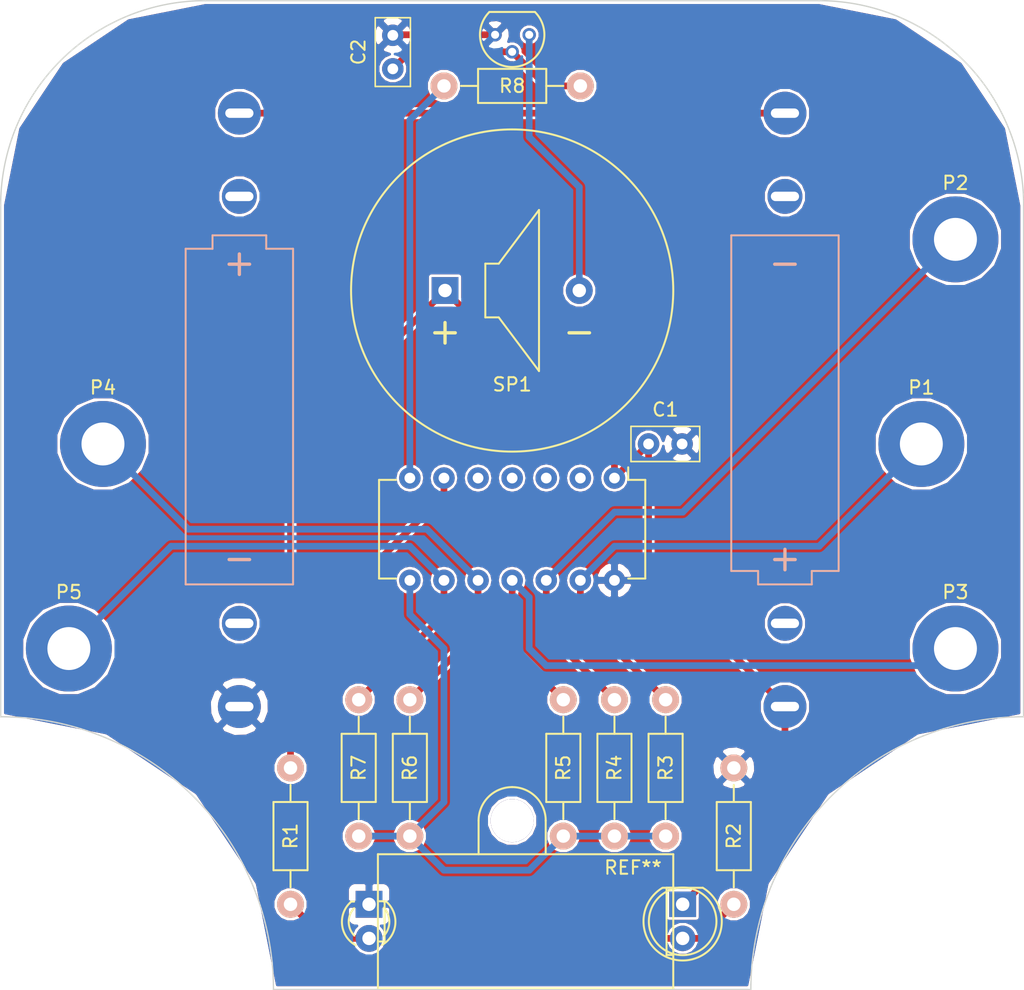
<source format=kicad_pcb>
(kicad_pcb (version 4) (host pcbnew 4.0.7)

  (general
    (links 34)
    (no_connects 0)
    (area 175.209999 76.495 251.510001 153.512096)
    (thickness 1.6)
    (drawings 8)
    (tracks 69)
    (zones 0)
    (modules 23)
    (nets 15)
  )

  (page A4)
  (layers
    (0 F.Cu signal)
    (31 B.Cu signal)
    (32 B.Adhes user)
    (33 F.Adhes user)
    (34 B.Paste user)
    (35 F.Paste user)
    (36 B.SilkS user)
    (37 F.SilkS user)
    (38 B.Mask user)
    (39 F.Mask user)
    (40 Dwgs.User user)
    (41 Cmts.User user)
    (42 Eco1.User user)
    (43 Eco2.User user)
    (44 Edge.Cuts user)
    (45 Margin user)
    (46 B.CrtYd user)
    (47 F.CrtYd user)
    (48 B.Fab user)
    (49 F.Fab user)
  )

  (setup
    (last_trace_width 0.5)
    (trace_clearance 0.2)
    (zone_clearance 0.2)
    (zone_45_only no)
    (trace_min 0.2)
    (segment_width 0.2)
    (edge_width 0.1)
    (via_size 0.6)
    (via_drill 0.4)
    (via_min_size 0.4)
    (via_min_drill 0.3)
    (uvia_size 0.3)
    (uvia_drill 0.1)
    (uvias_allowed no)
    (uvia_min_size 0.2)
    (uvia_min_drill 0.1)
    (pcb_text_width 0.3)
    (pcb_text_size 1.5 1.5)
    (mod_edge_width 0.15)
    (mod_text_size 1 1)
    (mod_text_width 0.15)
    (pad_size 2 2)
    (pad_drill 1.00076)
    (pad_to_mask_clearance 0)
    (aux_axis_origin 0 0)
    (visible_elements FFFFFF7F)
    (pcbplotparams
      (layerselection 0x00030_80000001)
      (usegerberextensions false)
      (excludeedgelayer true)
      (linewidth 0.100000)
      (plotframeref false)
      (viasonmask false)
      (mode 1)
      (useauxorigin false)
      (hpglpennumber 1)
      (hpglpenspeed 20)
      (hpglpendiameter 15)
      (hpglpenoverlay 2)
      (psnegative false)
      (psa4output false)
      (plotreference true)
      (plotvalue true)
      (plotinvisibletext false)
      (padsonsilk false)
      (subtractmaskfromsilk false)
      (outputformat 1)
      (mirror false)
      (drillshape 1)
      (scaleselection 1)
      (outputdirectory ""))
  )

  (net 0 "")
  (net 1 VCC)
  (net 2 GND)
  (net 3 "Net-(C2-Pad1)")
  (net 4 "Net-(D1-Pad2)")
  (net 5 "Net-(P1-Pad1)")
  (net 6 "Net-(P2-Pad1)")
  (net 7 "Net-(P3-Pad1)")
  (net 8 "Net-(P4-Pad1)")
  (net 9 "Net-(P5-Pad1)")
  (net 10 "Net-(Q1-Pad1)")
  (net 11 "Net-(R2-Pad2)")
  (net 12 "Net-(R3-Pad1)")
  (net 13 "Net-(R8-Pad2)")
  (net 14 "Net-(BT1-Pad2)")

  (net_class Default "This is the default net class."
    (clearance 0.2)
    (trace_width 0.5)
    (via_dia 0.6)
    (via_drill 0.4)
    (uvia_dia 0.3)
    (uvia_drill 0.1)
    (add_net GND)
    (add_net "Net-(BT1-Pad2)")
    (add_net "Net-(C2-Pad1)")
    (add_net "Net-(D1-Pad2)")
    (add_net "Net-(P1-Pad1)")
    (add_net "Net-(P2-Pad1)")
    (add_net "Net-(P3-Pad1)")
    (add_net "Net-(P4-Pad1)")
    (add_net "Net-(P5-Pad1)")
    (add_net "Net-(Q1-Pad1)")
    (add_net "Net-(R2-Pad2)")
    (add_net "Net-(R3-Pad1)")
    (add_net "Net-(R8-Pad2)")
    (add_net VCC)
  )

  (module magnetic_sound_transducer (layer F.Cu) (tedit 5AF75F60) (tstamp 5AF76D29)
    (at 213.36 100.33)
    (descr "SP, , , pin pitch=10.00mm, , diameter=24mm, Magnetic Sound Transducer,")
    (tags "speaker pin pitch 10.00mm  diameter 24mm Magnetic Sound Transducer")
    (path /58D8415E)
    (fp_text reference SP1 (at 0 7) (layer F.SilkS)
      (effects (font (size 1 1) (thickness 0.15)))
    )
    (fp_text value SPEAKER (at 0 -9) (layer F.Fab)
      (effects (font (size 1 1) (thickness 0.15)))
    )
    (fp_line (start -1 -2) (end 2 -6) (layer F.SilkS) (width 0.15))
    (fp_line (start 2 6) (end -1 2) (layer F.SilkS) (width 0.15))
    (fp_line (start -2 -2) (end -2 2) (layer F.SilkS) (width 0.15))
    (fp_line (start -2 2) (end -1 2) (layer F.SilkS) (width 0.15))
    (fp_line (start 2 6) (end 2 -6) (layer F.SilkS) (width 0.15))
    (fp_line (start -1 -2) (end -2 -2) (layer F.SilkS) (width 0.15))
    (fp_text user - (at 5 3) (layer F.SilkS)
      (effects (font (size 2 2) (thickness 0.25)))
    )
    (fp_text user + (at -5 3) (layer F.SilkS)
      (effects (font (size 2 2) (thickness 0.25)))
    )
    (fp_circle (center 0 0) (end 12 0) (layer F.SilkS) (width 0.15))
    (pad 1 thru_hole rect (at -5 0) (size 2 2) (drill 1) (layers *.Cu *.Mask)
      (net 1 VCC))
    (pad 2 thru_hole circle (at 5 0) (size 2 2) (drill 1) (layers *.Cu *.Mask)
      (net 10 "Net-(Q1-Pad1)"))
  )

  (module batteryholder_AAA_BC0401 (layer B.Cu) (tedit 5AF75863) (tstamp 5AF74AB8)
    (at 233.68 109.22)
    (path /58D840BA)
    (fp_text reference BT1 (at 2 -4) (layer B.SilkS) hide
      (effects (font (size 1 1) (thickness 0.15)) (justify mirror))
    )
    (fp_text value Battery (at 0 -1) (layer B.Fab) hide
      (effects (font (size 1 1) (thickness 0.15)) (justify mirror))
    )
    (fp_text user - (at 0 -11) (layer B.SilkS)
      (effects (font (size 2 2) (thickness 0.25)) (justify mirror))
    )
    (fp_text user + (at 0 11) (layer B.SilkS)
      (effects (font (size 2 2) (thickness 0.25)) (justify mirror))
    )
    (fp_line (start -5.25 -23) (end 5.25 -23) (layer B.Fab) (width 0.15))
    (fp_line (start 5.25 -23) (end 5.25 23) (layer B.Fab) (width 0.15))
    (fp_line (start 5.25 23) (end -5.25 23) (layer B.Fab) (width 0.15))
    (fp_line (start -5.25 23) (end -5.25 -23) (layer B.Fab) (width 0.15))
    (fp_line (start -4 -13) (end 4 -13) (layer B.SilkS) (width 0.15))
    (fp_line (start 4 -13) (end 4 12) (layer B.SilkS) (width 0.15))
    (fp_line (start 4 12) (end 2 12) (layer B.SilkS) (width 0.15))
    (fp_line (start 2 12) (end 2 13) (layer B.SilkS) (width 0.15))
    (fp_line (start 2 13) (end -2 13) (layer B.SilkS) (width 0.15))
    (fp_line (start -2 13) (end -2 12) (layer B.SilkS) (width 0.15))
    (fp_line (start -2 12) (end -4 12) (layer B.SilkS) (width 0.15))
    (fp_line (start -4 12) (end -4 -13) (layer B.SilkS) (width 0.15))
    (pad "" thru_hole circle (at 0 -15.9) (size 2.6 2.6) (drill oval 2.1 0.7) (layers *.Cu *.Mask))
    (pad 2 thru_hole circle (at 0 -22.1) (size 3.2 3.2) (drill oval 2.1 0.7) (layers *.Cu *.Mask)
      (net 14 "Net-(BT1-Pad2)"))
    (pad "" thru_hole circle (at 0 15.9) (size 2.6 2.6) (drill oval 2.1 0.7) (layers *.Cu *.Mask))
    (pad 1 thru_hole circle (at 0 22.1) (size 3.2 3.2) (drill oval 2.1 0.7) (layers *.Cu *.Mask)
      (net 1 VCC))
  )

  (module Capacitors_THT:C_Disc_D5.0mm_W2.5mm_P2.50mm (layer F.Cu) (tedit 5AF4AB95) (tstamp 5AF472DE)
    (at 223.52 111.76)
    (descr "C, Disc series, Radial, pin pitch=2.50mm, , diameter*width=5*2.5mm^2, Capacitor, http://cdn-reichelt.de/documents/datenblatt/B300/DS_KERKO_TC.pdf")
    (tags "C Disc series Radial pin pitch 2.50mm  diameter 5mm width 2.5mm Capacitor")
    (path /5AF457C1)
    (fp_text reference C1 (at 1.25 -2.56) (layer F.SilkS)
      (effects (font (size 1 1) (thickness 0.15)))
    )
    (fp_text value C (at 1.25 2.56) (layer F.Fab) hide
      (effects (font (size 1 1) (thickness 0.15)))
    )
    (fp_line (start -1.25 -1.25) (end -1.25 1.25) (layer F.Fab) (width 0.1))
    (fp_line (start -1.25 1.25) (end 3.75 1.25) (layer F.Fab) (width 0.1))
    (fp_line (start 3.75 1.25) (end 3.75 -1.25) (layer F.Fab) (width 0.1))
    (fp_line (start 3.75 -1.25) (end -1.25 -1.25) (layer F.Fab) (width 0.1))
    (fp_line (start -1.31 -1.31) (end 3.81 -1.31) (layer F.SilkS) (width 0.12))
    (fp_line (start -1.31 1.31) (end 3.81 1.31) (layer F.SilkS) (width 0.12))
    (fp_line (start -1.31 -1.31) (end -1.31 1.31) (layer F.SilkS) (width 0.12))
    (fp_line (start 3.81 -1.31) (end 3.81 1.31) (layer F.SilkS) (width 0.12))
    (fp_line (start -1.6 -1.6) (end -1.6 1.6) (layer F.CrtYd) (width 0.05))
    (fp_line (start -1.6 1.6) (end 4.1 1.6) (layer F.CrtYd) (width 0.05))
    (fp_line (start 4.1 1.6) (end 4.1 -1.6) (layer F.CrtYd) (width 0.05))
    (fp_line (start 4.1 -1.6) (end -1.6 -1.6) (layer F.CrtYd) (width 0.05))
    (fp_text user %R (at 1.25 0) (layer F.Fab) hide
      (effects (font (size 1 1) (thickness 0.15)))
    )
    (pad 1 thru_hole circle (at 0 0) (size 1.6 1.6) (drill 0.8) (layers *.Cu *.Mask)
      (net 1 VCC))
    (pad 2 thru_hole circle (at 2.5 0) (size 1.6 1.6) (drill 0.8) (layers *.Cu *.Mask)
      (net 2 GND))
    (model ${KISYS3DMOD}/Capacitors_THT.3dshapes/C_Disc_D5.0mm_W2.5mm_P2.50mm.wrl
      (at (xyz 0 0 0))
      (scale (xyz 1 1 1))
      (rotate (xyz 0 0 0))
    )
  )

  (module Capacitors_THT:C_Disc_D5.0mm_W2.5mm_P2.50mm (layer F.Cu) (tedit 5AF761AA) (tstamp 5AF472E4)
    (at 204.47 83.82 90)
    (descr "C, Disc series, Radial, pin pitch=2.50mm, , diameter*width=5*2.5mm^2, Capacitor, http://cdn-reichelt.de/documents/datenblatt/B300/DS_KERKO_TC.pdf")
    (tags "C Disc series Radial pin pitch 2.50mm  diameter 5mm width 2.5mm Capacitor")
    (path /5AF441E5)
    (fp_text reference C2 (at 1.25 -2.56 90) (layer F.SilkS)
      (effects (font (size 1 1) (thickness 0.15)))
    )
    (fp_text value C (at 1.25 2.56 90) (layer F.Fab) hide
      (effects (font (size 1 1) (thickness 0.15)))
    )
    (fp_line (start -1.25 -1.25) (end -1.25 1.25) (layer F.Fab) (width 0.1))
    (fp_line (start -1.25 1.25) (end 3.75 1.25) (layer F.Fab) (width 0.1))
    (fp_line (start 3.75 1.25) (end 3.75 -1.25) (layer F.Fab) (width 0.1))
    (fp_line (start 3.75 -1.25) (end -1.25 -1.25) (layer F.Fab) (width 0.1))
    (fp_line (start -1.31 -1.31) (end 3.81 -1.31) (layer F.SilkS) (width 0.12))
    (fp_line (start -1.31 1.31) (end 3.81 1.31) (layer F.SilkS) (width 0.12))
    (fp_line (start -1.31 -1.31) (end -1.31 1.31) (layer F.SilkS) (width 0.12))
    (fp_line (start 3.81 -1.31) (end 3.81 1.31) (layer F.SilkS) (width 0.12))
    (fp_line (start -1.6 -1.6) (end -1.6 1.6) (layer F.CrtYd) (width 0.05))
    (fp_line (start -1.6 1.6) (end 4.1 1.6) (layer F.CrtYd) (width 0.05))
    (fp_line (start 4.1 1.6) (end 4.1 -1.6) (layer F.CrtYd) (width 0.05))
    (fp_line (start 4.1 -1.6) (end -1.6 -1.6) (layer F.CrtYd) (width 0.05))
    (fp_text user %R (at 1.25 0 90) (layer F.Fab) hide
      (effects (font (size 1 1) (thickness 0.15)))
    )
    (pad 1 thru_hole circle (at 0 0 90) (size 1.6 1.6) (drill 0.8) (layers *.Cu *.Mask)
      (net 3 "Net-(C2-Pad1)"))
    (pad 2 thru_hole circle (at 2.5 0 90) (size 1.6 1.6) (drill 0.8) (layers *.Cu *.Mask)
      (net 2 GND))
    (model ${KISYS3DMOD}/Capacitors_THT.3dshapes/C_Disc_D5.0mm_W2.5mm_P2.50mm.wrl
      (at (xyz 0 0 0))
      (scale (xyz 1 1 1))
      (rotate (xyz 0 0 0))
    )
  )

  (module LEDs:LED-3MM (layer F.Cu) (tedit 5AF765A2) (tstamp 5AF472EA)
    (at 202.7 146.05 270)
    (descr "LED 3mm round vertical")
    (tags "LED  3mm round vertical")
    (path /58D84204)
    (fp_text reference D1 (at 1.91 3.06 270) (layer F.SilkS) hide
      (effects (font (size 1 1) (thickness 0.15)))
    )
    (fp_text value LED (at 1.3 -2.9 270) (layer F.Fab) hide
      (effects (font (size 1 1) (thickness 0.15)))
    )
    (fp_line (start -1.2 2.3) (end 3.8 2.3) (layer F.CrtYd) (width 0.05))
    (fp_line (start 3.8 2.3) (end 3.8 -2.2) (layer F.CrtYd) (width 0.05))
    (fp_line (start 3.8 -2.2) (end -1.2 -2.2) (layer F.CrtYd) (width 0.05))
    (fp_line (start -1.2 -2.2) (end -1.2 2.3) (layer F.CrtYd) (width 0.05))
    (fp_line (start -0.199 1.314) (end -0.199 1.114) (layer F.SilkS) (width 0.15))
    (fp_line (start -0.199 -1.28) (end -0.199 -1.1) (layer F.SilkS) (width 0.15))
    (fp_arc (start 1.301 0.034) (end -0.199 -1.286) (angle 108.5) (layer F.SilkS) (width 0.15))
    (fp_arc (start 1.301 0.034) (end 0.25 -1.1) (angle 85.7) (layer F.SilkS) (width 0.15))
    (fp_arc (start 1.311 0.034) (end 3.051 0.994) (angle 110) (layer F.SilkS) (width 0.15))
    (fp_arc (start 1.301 0.034) (end 2.335 1.094) (angle 87.5) (layer F.SilkS) (width 0.15))
    (fp_text user K (at -1.69 1.74 270) (layer F.SilkS) hide
      (effects (font (size 1 1) (thickness 0.15)))
    )
    (pad 1 thru_hole rect (at 0 0) (size 2 2) (drill 1.00076) (layers *.Cu *.Mask)
      (net 2 GND))
    (pad 2 thru_hole circle (at 2.54 0 270) (size 2 2) (drill 1.00076) (layers *.Cu *.Mask)
      (net 4 "Net-(D1-Pad2)"))
    (model LEDs.3dshapes/LED-3MM.wrl
      (at (xyz 0.05 0 0))
      (scale (xyz 1 1 1))
      (rotate (xyz 0 0 90))
    )
  )

  (module Mounting_Holes:MountingHole_3.2mm_M3_Pad (layer F.Cu) (tedit 5AF4AB6F) (tstamp 5AF472EF)
    (at 243.84 111.76)
    (descr "Mounting Hole 3.2mm, M3")
    (tags "mounting hole 3.2mm m3")
    (path /58D839E1)
    (fp_text reference P1 (at 0 -4.2) (layer F.SilkS)
      (effects (font (size 1 1) (thickness 0.15)))
    )
    (fp_text value CONN_01X01 (at 0 4.2) (layer F.Fab) hide
      (effects (font (size 1 1) (thickness 0.15)))
    )
    (fp_circle (center 0 0) (end 3.2 0) (layer Cmts.User) (width 0.15))
    (fp_circle (center 0 0) (end 3.45 0) (layer F.CrtYd) (width 0.05))
    (pad 1 thru_hole circle (at 0 0) (size 6.4 6.4) (drill 3.2) (layers *.Cu *.Mask)
      (net 5 "Net-(P1-Pad1)"))
  )

  (module Mounting_Holes:MountingHole_3.2mm_M3_Pad (layer F.Cu) (tedit 5AF4AB74) (tstamp 5AF472F4)
    (at 246.38 96.52)
    (descr "Mounting Hole 3.2mm, M3")
    (tags "mounting hole 3.2mm m3")
    (path /58D83A36)
    (fp_text reference P2 (at 0 -4.2) (layer F.SilkS)
      (effects (font (size 1 1) (thickness 0.15)))
    )
    (fp_text value CONN_01X01 (at 0 4.2) (layer F.Fab) hide
      (effects (font (size 1 1) (thickness 0.15)))
    )
    (fp_circle (center 0 0) (end 3.2 0) (layer Cmts.User) (width 0.15))
    (fp_circle (center 0 0) (end 3.45 0) (layer F.CrtYd) (width 0.05))
    (pad 1 thru_hole circle (at 0 0) (size 6.4 6.4) (drill 3.2) (layers *.Cu *.Mask)
      (net 6 "Net-(P2-Pad1)"))
  )

  (module Mounting_Holes:MountingHole_3.2mm_M3_Pad (layer F.Cu) (tedit 5AF4AC4D) (tstamp 5AF472F9)
    (at 246.38 127)
    (descr "Mounting Hole 3.2mm, M3")
    (tags "mounting hole 3.2mm m3")
    (path /58D83A57)
    (fp_text reference P3 (at 0 -4.2) (layer F.SilkS)
      (effects (font (size 1 1) (thickness 0.15)))
    )
    (fp_text value CONN_01X01 (at 0 4.2) (layer F.Fab) hide
      (effects (font (size 1 1) (thickness 0.15)))
    )
    (fp_circle (center 0 0) (end 3.2 0) (layer Cmts.User) (width 0.15))
    (fp_circle (center 0 0) (end 3.45 0) (layer F.CrtYd) (width 0.05))
    (pad 1 thru_hole circle (at 0 0) (size 6.4 6.4) (drill 3.2) (layers *.Cu *.Mask)
      (net 7 "Net-(P3-Pad1)"))
  )

  (module Mounting_Holes:MountingHole_3.2mm_M3_Pad (layer F.Cu) (tedit 5AF4AB65) (tstamp 5AF472FE)
    (at 182.88 111.76)
    (descr "Mounting Hole 3.2mm, M3")
    (tags "mounting hole 3.2mm m3")
    (path /58D83A84)
    (fp_text reference P4 (at 0 -4.2) (layer F.SilkS)
      (effects (font (size 1 1) (thickness 0.15)))
    )
    (fp_text value CONN_01X01 (at 0 4.2) (layer F.Fab) hide
      (effects (font (size 1 1) (thickness 0.15)))
    )
    (fp_circle (center 0 0) (end 3.2 0) (layer Cmts.User) (width 0.15))
    (fp_circle (center 0 0) (end 3.45 0) (layer F.CrtYd) (width 0.05))
    (pad 1 thru_hole circle (at 0 0) (size 6.4 6.4) (drill 3.2) (layers *.Cu *.Mask)
      (net 8 "Net-(P4-Pad1)"))
  )

  (module Mounting_Holes:MountingHole_3.2mm_M3_Pad (layer F.Cu) (tedit 5AF4AB6A) (tstamp 5AF47303)
    (at 180.34 127)
    (descr "Mounting Hole 3.2mm, M3")
    (tags "mounting hole 3.2mm m3")
    (path /5AF43C19)
    (fp_text reference P5 (at 0 -4.2) (layer F.SilkS)
      (effects (font (size 1 1) (thickness 0.15)))
    )
    (fp_text value CONN_01X01 (at 0 4.2) (layer F.Fab) hide
      (effects (font (size 1 1) (thickness 0.15)))
    )
    (fp_circle (center 0 0) (end 3.2 0) (layer Cmts.User) (width 0.15))
    (fp_circle (center 0 0) (end 3.45 0) (layer F.CrtYd) (width 0.05))
    (pad 1 thru_hole circle (at 0 0) (size 6.4 6.4) (drill 3.2) (layers *.Cu *.Mask)
      (net 9 "Net-(P5-Pad1)"))
  )

  (module TO_SOT_Packages_THT:TO-92_Molded_Narrow (layer F.Cu) (tedit 5AF77206) (tstamp 5AF4730A)
    (at 214.63 81.28 180)
    (descr "TO-92 leads molded, narrow, drill 0.6mm (see NXP sot054_po.pdf)")
    (tags "to-92 sc-43 sc-43a sot54 PA33 transistor")
    (path /5AF43FB4)
    (fp_text reference Q1 (at 3.81 3.81 180) (layer F.SilkS) hide
      (effects (font (size 1 1) (thickness 0.15)))
    )
    (fp_text value BC547 (at 0 3 180) (layer F.Fab) hide
      (effects (font (size 1 1) (thickness 0.15)))
    )
    (fp_line (start -1.4 1.95) (end -1.4 -2.65) (layer F.CrtYd) (width 0.05))
    (fp_line (start -1.4 1.95) (end 3.9 1.95) (layer F.CrtYd) (width 0.05))
    (fp_line (start -0.43 1.7) (end 2.97 1.7) (layer F.SilkS) (width 0.15))
    (fp_arc (start 1.27 0) (end 1.27 -2.4) (angle -135) (layer F.SilkS) (width 0.15))
    (fp_arc (start 1.27 0) (end 1.27 -2.4) (angle 135) (layer F.SilkS) (width 0.15))
    (fp_line (start -1.4 -2.65) (end 3.9 -2.65) (layer F.CrtYd) (width 0.05))
    (fp_line (start 3.9 1.95) (end 3.9 -2.65) (layer F.CrtYd) (width 0.05))
    (pad 2 thru_hole circle (at 1.27 -1.27 270) (size 1.00076 1.00076) (drill 0.6) (layers *.Cu *.Mask)
      (net 3 "Net-(C2-Pad1)"))
    (pad 3 thru_hole circle (at 2.54 0 270) (size 1.00076 1.00076) (drill 0.6) (layers *.Cu *.Mask)
      (net 2 GND))
    (pad 1 thru_hole circle (at 0 0 270) (size 1.00076 1.00076) (drill 0.6) (layers *.Cu *.Mask)
      (net 10 "Net-(Q1-Pad1)"))
    (model TO_SOT_Packages_THT.3dshapes/TO-92_Molded_Narrow.wrl
      (at (xyz 0.05 0 0))
      (scale (xyz 1 1 1))
      (rotate (xyz 0 0 -90))
    )
  )

  (module Resistors_THT:Resistor_Horizontal_RM10mm (layer F.Cu) (tedit 5AF54A67) (tstamp 5AF47310)
    (at 196.85 146.05 90)
    (descr "Resistor, Axial,  RM 10mm, 1/3W")
    (tags "Resistor Axial RM 10mm 1/3W")
    (path /58D8428D)
    (fp_text reference R1 (at 5.08 0 90) (layer F.SilkS)
      (effects (font (size 1 1) (thickness 0.15)))
    )
    (fp_text value 10 (at 5.08 3.81 90) (layer F.Fab) hide
      (effects (font (size 1 1) (thickness 0.15)))
    )
    (fp_line (start -1.25 -1.5) (end 11.4 -1.5) (layer F.CrtYd) (width 0.05))
    (fp_line (start -1.25 1.5) (end -1.25 -1.5) (layer F.CrtYd) (width 0.05))
    (fp_line (start 11.4 -1.5) (end 11.4 1.5) (layer F.CrtYd) (width 0.05))
    (fp_line (start -1.25 1.5) (end 11.4 1.5) (layer F.CrtYd) (width 0.05))
    (fp_line (start 2.54 -1.27) (end 7.62 -1.27) (layer F.SilkS) (width 0.15))
    (fp_line (start 7.62 -1.27) (end 7.62 1.27) (layer F.SilkS) (width 0.15))
    (fp_line (start 7.62 1.27) (end 2.54 1.27) (layer F.SilkS) (width 0.15))
    (fp_line (start 2.54 1.27) (end 2.54 -1.27) (layer F.SilkS) (width 0.15))
    (fp_line (start 2.54 0) (end 1.27 0) (layer F.SilkS) (width 0.15))
    (fp_line (start 7.62 0) (end 8.89 0) (layer F.SilkS) (width 0.15))
    (pad 1 thru_hole circle (at 0 0 90) (size 1.99898 1.99898) (drill 1.00076) (layers *.Cu *.SilkS *.Mask)
      (net 4 "Net-(D1-Pad2)"))
    (pad 2 thru_hole circle (at 10.16 0 90) (size 1.99898 1.99898) (drill 1.00076) (layers *.Cu *.SilkS *.Mask)
      (net 1 VCC))
    (model Resistors_ThroughHole.3dshapes/Resistor_Horizontal_RM10mm.wrl
      (at (xyz 0.2 0 0))
      (scale (xyz 0.4 0.4 0.4))
      (rotate (xyz 0 0 0))
    )
  )

  (module Resistors_THT:Resistor_Horizontal_RM10mm (layer F.Cu) (tedit 5AF54A82) (tstamp 5AF47316)
    (at 229.87 135.89 270)
    (descr "Resistor, Axial,  RM 10mm, 1/3W")
    (tags "Resistor Axial RM 10mm 1/3W")
    (path /58D84012)
    (fp_text reference R2 (at 5.08 0 270) (layer F.SilkS)
      (effects (font (size 1 1) (thickness 0.15)))
    )
    (fp_text value 10K (at 5.08 3.81 270) (layer F.Fab) hide
      (effects (font (size 1 1) (thickness 0.15)))
    )
    (fp_line (start -1.25 -1.5) (end 11.4 -1.5) (layer F.CrtYd) (width 0.05))
    (fp_line (start -1.25 1.5) (end -1.25 -1.5) (layer F.CrtYd) (width 0.05))
    (fp_line (start 11.4 -1.5) (end 11.4 1.5) (layer F.CrtYd) (width 0.05))
    (fp_line (start -1.25 1.5) (end 11.4 1.5) (layer F.CrtYd) (width 0.05))
    (fp_line (start 2.54 -1.27) (end 7.62 -1.27) (layer F.SilkS) (width 0.15))
    (fp_line (start 7.62 -1.27) (end 7.62 1.27) (layer F.SilkS) (width 0.15))
    (fp_line (start 7.62 1.27) (end 2.54 1.27) (layer F.SilkS) (width 0.15))
    (fp_line (start 2.54 1.27) (end 2.54 -1.27) (layer F.SilkS) (width 0.15))
    (fp_line (start 2.54 0) (end 1.27 0) (layer F.SilkS) (width 0.15))
    (fp_line (start 7.62 0) (end 8.89 0) (layer F.SilkS) (width 0.15))
    (pad 1 thru_hole circle (at 0 0 270) (size 1.99898 1.99898) (drill 1.00076) (layers *.Cu *.SilkS *.Mask)
      (net 2 GND))
    (pad 2 thru_hole circle (at 10.16 0 270) (size 1.99898 1.99898) (drill 1.00076) (layers *.Cu *.SilkS *.Mask)
      (net 11 "Net-(R2-Pad2)"))
    (model Resistors_ThroughHole.3dshapes/Resistor_Horizontal_RM10mm.wrl
      (at (xyz 0.2 0 0))
      (scale (xyz 0.4 0.4 0.4))
      (rotate (xyz 0 0 0))
    )
  )

  (module Resistors_THT:Resistor_Horizontal_RM10mm (layer F.Cu) (tedit 5AF4AB1A) (tstamp 5AF4731C)
    (at 224.79 140.97 90)
    (descr "Resistor, Axial,  RM 10mm, 1/3W")
    (tags "Resistor Axial RM 10mm 1/3W")
    (path /5AA68CBA)
    (fp_text reference R3 (at 5.08 0 90) (layer F.SilkS)
      (effects (font (size 1 1) (thickness 0.15)))
    )
    (fp_text value R (at 5.08 3.81 90) (layer F.Fab) hide
      (effects (font (size 1 1) (thickness 0.15)))
    )
    (fp_line (start -1.25 -1.5) (end 11.4 -1.5) (layer F.CrtYd) (width 0.05))
    (fp_line (start -1.25 1.5) (end -1.25 -1.5) (layer F.CrtYd) (width 0.05))
    (fp_line (start 11.4 -1.5) (end 11.4 1.5) (layer F.CrtYd) (width 0.05))
    (fp_line (start -1.25 1.5) (end 11.4 1.5) (layer F.CrtYd) (width 0.05))
    (fp_line (start 2.54 -1.27) (end 7.62 -1.27) (layer F.SilkS) (width 0.15))
    (fp_line (start 7.62 -1.27) (end 7.62 1.27) (layer F.SilkS) (width 0.15))
    (fp_line (start 7.62 1.27) (end 2.54 1.27) (layer F.SilkS) (width 0.15))
    (fp_line (start 2.54 1.27) (end 2.54 -1.27) (layer F.SilkS) (width 0.15))
    (fp_line (start 2.54 0) (end 1.27 0) (layer F.SilkS) (width 0.15))
    (fp_line (start 7.62 0) (end 8.89 0) (layer F.SilkS) (width 0.15))
    (pad 1 thru_hole circle (at 0 0 90) (size 1.99898 1.99898) (drill 1.00076) (layers *.Cu *.SilkS *.Mask)
      (net 12 "Net-(R3-Pad1)"))
    (pad 2 thru_hole circle (at 10.16 0 90) (size 1.99898 1.99898) (drill 1.00076) (layers *.Cu *.SilkS *.Mask)
      (net 5 "Net-(P1-Pad1)"))
    (model Resistors_ThroughHole.3dshapes/Resistor_Horizontal_RM10mm.wrl
      (at (xyz 0.2 0 0))
      (scale (xyz 0.4 0.4 0.4))
      (rotate (xyz 0 0 0))
    )
  )

  (module Resistors_THT:Resistor_Horizontal_RM10mm (layer F.Cu) (tedit 5AF4AB21) (tstamp 5AF47322)
    (at 220.98 140.97 90)
    (descr "Resistor, Axial,  RM 10mm, 1/3W")
    (tags "Resistor Axial RM 10mm 1/3W")
    (path /5AA68E11)
    (fp_text reference R4 (at 5.08 0 90) (layer F.SilkS)
      (effects (font (size 1 1) (thickness 0.15)))
    )
    (fp_text value R (at 5.08 3.81 90) (layer F.Fab) hide
      (effects (font (size 1 1) (thickness 0.15)))
    )
    (fp_line (start -1.25 -1.5) (end 11.4 -1.5) (layer F.CrtYd) (width 0.05))
    (fp_line (start -1.25 1.5) (end -1.25 -1.5) (layer F.CrtYd) (width 0.05))
    (fp_line (start 11.4 -1.5) (end 11.4 1.5) (layer F.CrtYd) (width 0.05))
    (fp_line (start -1.25 1.5) (end 11.4 1.5) (layer F.CrtYd) (width 0.05))
    (fp_line (start 2.54 -1.27) (end 7.62 -1.27) (layer F.SilkS) (width 0.15))
    (fp_line (start 7.62 -1.27) (end 7.62 1.27) (layer F.SilkS) (width 0.15))
    (fp_line (start 7.62 1.27) (end 2.54 1.27) (layer F.SilkS) (width 0.15))
    (fp_line (start 2.54 1.27) (end 2.54 -1.27) (layer F.SilkS) (width 0.15))
    (fp_line (start 2.54 0) (end 1.27 0) (layer F.SilkS) (width 0.15))
    (fp_line (start 7.62 0) (end 8.89 0) (layer F.SilkS) (width 0.15))
    (pad 1 thru_hole circle (at 0 0 90) (size 1.99898 1.99898) (drill 1.00076) (layers *.Cu *.SilkS *.Mask)
      (net 12 "Net-(R3-Pad1)"))
    (pad 2 thru_hole circle (at 10.16 0 90) (size 1.99898 1.99898) (drill 1.00076) (layers *.Cu *.SilkS *.Mask)
      (net 6 "Net-(P2-Pad1)"))
    (model Resistors_ThroughHole.3dshapes/Resistor_Horizontal_RM10mm.wrl
      (at (xyz 0.2 0 0))
      (scale (xyz 0.4 0.4 0.4))
      (rotate (xyz 0 0 0))
    )
  )

  (module Resistors_THT:Resistor_Horizontal_RM10mm (layer F.Cu) (tedit 5AF4AB30) (tstamp 5AF47328)
    (at 217.17 140.97 90)
    (descr "Resistor, Axial,  RM 10mm, 1/3W")
    (tags "Resistor Axial RM 10mm 1/3W")
    (path /5AA68E56)
    (fp_text reference R5 (at 5.08 0 90) (layer F.SilkS)
      (effects (font (size 1 1) (thickness 0.15)))
    )
    (fp_text value R (at 5.08 3.81 90) (layer F.Fab) hide
      (effects (font (size 1 1) (thickness 0.15)))
    )
    (fp_line (start -1.25 -1.5) (end 11.4 -1.5) (layer F.CrtYd) (width 0.05))
    (fp_line (start -1.25 1.5) (end -1.25 -1.5) (layer F.CrtYd) (width 0.05))
    (fp_line (start 11.4 -1.5) (end 11.4 1.5) (layer F.CrtYd) (width 0.05))
    (fp_line (start -1.25 1.5) (end 11.4 1.5) (layer F.CrtYd) (width 0.05))
    (fp_line (start 2.54 -1.27) (end 7.62 -1.27) (layer F.SilkS) (width 0.15))
    (fp_line (start 7.62 -1.27) (end 7.62 1.27) (layer F.SilkS) (width 0.15))
    (fp_line (start 7.62 1.27) (end 2.54 1.27) (layer F.SilkS) (width 0.15))
    (fp_line (start 2.54 1.27) (end 2.54 -1.27) (layer F.SilkS) (width 0.15))
    (fp_line (start 2.54 0) (end 1.27 0) (layer F.SilkS) (width 0.15))
    (fp_line (start 7.62 0) (end 8.89 0) (layer F.SilkS) (width 0.15))
    (pad 1 thru_hole circle (at 0 0 90) (size 1.99898 1.99898) (drill 1.00076) (layers *.Cu *.SilkS *.Mask)
      (net 12 "Net-(R3-Pad1)"))
    (pad 2 thru_hole circle (at 10.16 0 90) (size 1.99898 1.99898) (drill 1.00076) (layers *.Cu *.SilkS *.Mask)
      (net 7 "Net-(P3-Pad1)"))
    (model Resistors_ThroughHole.3dshapes/Resistor_Horizontal_RM10mm.wrl
      (at (xyz 0.2 0 0))
      (scale (xyz 0.4 0.4 0.4))
      (rotate (xyz 0 0 0))
    )
  )

  (module Resistors_THT:Resistor_Horizontal_RM10mm (layer F.Cu) (tedit 5AF4AB37) (tstamp 5AF4732E)
    (at 205.74 140.97 90)
    (descr "Resistor, Axial,  RM 10mm, 1/3W")
    (tags "Resistor Axial RM 10mm 1/3W")
    (path /5AA68EA0)
    (fp_text reference R6 (at 5.08 0 90) (layer F.SilkS)
      (effects (font (size 1 1) (thickness 0.15)))
    )
    (fp_text value R (at 5.08 3.81 90) (layer F.Fab) hide
      (effects (font (size 1 1) (thickness 0.15)))
    )
    (fp_line (start -1.25 -1.5) (end 11.4 -1.5) (layer F.CrtYd) (width 0.05))
    (fp_line (start -1.25 1.5) (end -1.25 -1.5) (layer F.CrtYd) (width 0.05))
    (fp_line (start 11.4 -1.5) (end 11.4 1.5) (layer F.CrtYd) (width 0.05))
    (fp_line (start -1.25 1.5) (end 11.4 1.5) (layer F.CrtYd) (width 0.05))
    (fp_line (start 2.54 -1.27) (end 7.62 -1.27) (layer F.SilkS) (width 0.15))
    (fp_line (start 7.62 -1.27) (end 7.62 1.27) (layer F.SilkS) (width 0.15))
    (fp_line (start 7.62 1.27) (end 2.54 1.27) (layer F.SilkS) (width 0.15))
    (fp_line (start 2.54 1.27) (end 2.54 -1.27) (layer F.SilkS) (width 0.15))
    (fp_line (start 2.54 0) (end 1.27 0) (layer F.SilkS) (width 0.15))
    (fp_line (start 7.62 0) (end 8.89 0) (layer F.SilkS) (width 0.15))
    (pad 1 thru_hole circle (at 0 0 90) (size 1.99898 1.99898) (drill 1.00076) (layers *.Cu *.SilkS *.Mask)
      (net 12 "Net-(R3-Pad1)"))
    (pad 2 thru_hole circle (at 10.16 0 90) (size 1.99898 1.99898) (drill 1.00076) (layers *.Cu *.SilkS *.Mask)
      (net 8 "Net-(P4-Pad1)"))
    (model Resistors_ThroughHole.3dshapes/Resistor_Horizontal_RM10mm.wrl
      (at (xyz 0.2 0 0))
      (scale (xyz 0.4 0.4 0.4))
      (rotate (xyz 0 0 0))
    )
  )

  (module Resistors_THT:Resistor_Horizontal_RM10mm (layer F.Cu) (tedit 5AF4AB42) (tstamp 5AF47334)
    (at 201.93 140.97 90)
    (descr "Resistor, Axial,  RM 10mm, 1/3W")
    (tags "Resistor Axial RM 10mm 1/3W")
    (path /5AF43D3A)
    (fp_text reference R7 (at 5.08 0 90) (layer F.SilkS)
      (effects (font (size 1 1) (thickness 0.15)))
    )
    (fp_text value R (at 5.08 3.81 90) (layer F.Fab) hide
      (effects (font (size 1 1) (thickness 0.15)))
    )
    (fp_line (start -1.25 -1.5) (end 11.4 -1.5) (layer F.CrtYd) (width 0.05))
    (fp_line (start -1.25 1.5) (end -1.25 -1.5) (layer F.CrtYd) (width 0.05))
    (fp_line (start 11.4 -1.5) (end 11.4 1.5) (layer F.CrtYd) (width 0.05))
    (fp_line (start -1.25 1.5) (end 11.4 1.5) (layer F.CrtYd) (width 0.05))
    (fp_line (start 2.54 -1.27) (end 7.62 -1.27) (layer F.SilkS) (width 0.15))
    (fp_line (start 7.62 -1.27) (end 7.62 1.27) (layer F.SilkS) (width 0.15))
    (fp_line (start 7.62 1.27) (end 2.54 1.27) (layer F.SilkS) (width 0.15))
    (fp_line (start 2.54 1.27) (end 2.54 -1.27) (layer F.SilkS) (width 0.15))
    (fp_line (start 2.54 0) (end 1.27 0) (layer F.SilkS) (width 0.15))
    (fp_line (start 7.62 0) (end 8.89 0) (layer F.SilkS) (width 0.15))
    (pad 1 thru_hole circle (at 0 0 90) (size 1.99898 1.99898) (drill 1.00076) (layers *.Cu *.SilkS *.Mask)
      (net 12 "Net-(R3-Pad1)"))
    (pad 2 thru_hole circle (at 10.16 0 90) (size 1.99898 1.99898) (drill 1.00076) (layers *.Cu *.SilkS *.Mask)
      (net 9 "Net-(P5-Pad1)"))
    (model Resistors_ThroughHole.3dshapes/Resistor_Horizontal_RM10mm.wrl
      (at (xyz 0.2 0 0))
      (scale (xyz 0.4 0.4 0.4))
      (rotate (xyz 0 0 0))
    )
  )

  (module Resistors_THT:Resistor_Horizontal_RM10mm (layer F.Cu) (tedit 5AF7619C) (tstamp 5AF4733A)
    (at 218.44 85.09 180)
    (descr "Resistor, Axial,  RM 10mm, 1/3W")
    (tags "Resistor Axial RM 10mm 1/3W")
    (path /5AF44191)
    (fp_text reference R8 (at 5.08 0 180) (layer F.SilkS)
      (effects (font (size 1 1) (thickness 0.15)))
    )
    (fp_text value R (at 5.08 3.81 180) (layer F.Fab) hide
      (effects (font (size 1 1) (thickness 0.15)))
    )
    (fp_line (start -1.25 -1.5) (end 11.4 -1.5) (layer F.CrtYd) (width 0.05))
    (fp_line (start -1.25 1.5) (end -1.25 -1.5) (layer F.CrtYd) (width 0.05))
    (fp_line (start 11.4 -1.5) (end 11.4 1.5) (layer F.CrtYd) (width 0.05))
    (fp_line (start -1.25 1.5) (end 11.4 1.5) (layer F.CrtYd) (width 0.05))
    (fp_line (start 2.54 -1.27) (end 7.62 -1.27) (layer F.SilkS) (width 0.15))
    (fp_line (start 7.62 -1.27) (end 7.62 1.27) (layer F.SilkS) (width 0.15))
    (fp_line (start 7.62 1.27) (end 2.54 1.27) (layer F.SilkS) (width 0.15))
    (fp_line (start 2.54 1.27) (end 2.54 -1.27) (layer F.SilkS) (width 0.15))
    (fp_line (start 2.54 0) (end 1.27 0) (layer F.SilkS) (width 0.15))
    (fp_line (start 7.62 0) (end 8.89 0) (layer F.SilkS) (width 0.15))
    (pad 1 thru_hole circle (at 0 0 180) (size 1.99898 1.99898) (drill 1.00076) (layers *.Cu *.SilkS *.Mask)
      (net 3 "Net-(C2-Pad1)"))
    (pad 2 thru_hole circle (at 10.16 0 180) (size 1.99898 1.99898) (drill 1.00076) (layers *.Cu *.SilkS *.Mask)
      (net 13 "Net-(R8-Pad2)"))
    (model Resistors_ThroughHole.3dshapes/Resistor_Horizontal_RM10mm.wrl
      (at (xyz 0.2 0 0))
      (scale (xyz 0.4 0.4 0.4))
      (rotate (xyz 0 0 0))
    )
  )

  (module LEDs:LED-5MM (layer F.Cu) (tedit 5AF7655B) (tstamp 5AF47346)
    (at 226.06 146.05 270)
    (descr "LED 5mm round vertical")
    (tags "LED 5mm round vertical")
    (path /58D83F42)
    (fp_text reference U1 (at 1.524 4.064 270) (layer F.SilkS) hide
      (effects (font (size 1 1) (thickness 0.15)))
    )
    (fp_text value Phototransistor (at 1.524 -3.937 270) (layer F.Fab) hide
      (effects (font (size 1 1) (thickness 0.15)))
    )
    (fp_line (start -1.5 -1.55) (end -1.5 1.55) (layer F.CrtYd) (width 0.05))
    (fp_arc (start 1.3 0) (end -1.5 1.55) (angle -302) (layer F.CrtYd) (width 0.05))
    (fp_arc (start 1.27 0) (end -1.23 -1.5) (angle 297.5) (layer F.SilkS) (width 0.15))
    (fp_line (start -1.23 1.5) (end -1.23 -1.5) (layer F.SilkS) (width 0.15))
    (fp_circle (center 1.27 0) (end 0.97 -2.5) (layer F.SilkS) (width 0.15))
    (fp_text user K (at -1.905 1.905 270) (layer F.SilkS) hide
      (effects (font (size 1 1) (thickness 0.15)))
    )
    (pad 1 thru_hole rect (at 0 0) (size 2 1.9) (drill 1.00076) (layers *.Cu *.Mask)
      (net 1 VCC))
    (pad 2 thru_hole circle (at 2.54 0 270) (size 1.9 1.9) (drill 1.00076) (layers *.Cu *.Mask)
      (net 11 "Net-(R2-Pad2)"))
    (model LEDs.3dshapes/LED-5MM.wrl
      (at (xyz 0.05 0 0))
      (scale (xyz 1 1 1))
      (rotate (xyz 0 0 90))
    )
  )

  (module Housings_DIP:DIP-14_W7.62mm (layer F.Cu) (tedit 5AF4ABA2) (tstamp 5AF47358)
    (at 220.98 114.3 270)
    (descr "14-lead dip package, row spacing 7.62 mm (300 mils)")
    (tags "dil dip 2.54 300")
    (path /5AA67ACC)
    (fp_text reference U2 (at 0 -5.22 270) (layer F.SilkS) hide
      (effects (font (size 1 1) (thickness 0.15)))
    )
    (fp_text value ATTINY84-20PU (at 0 -3.72 270) (layer F.Fab) hide
      (effects (font (size 1 1) (thickness 0.15)))
    )
    (fp_line (start -1.05 -2.45) (end -1.05 17.7) (layer F.CrtYd) (width 0.05))
    (fp_line (start 8.65 -2.45) (end 8.65 17.7) (layer F.CrtYd) (width 0.05))
    (fp_line (start -1.05 -2.45) (end 8.65 -2.45) (layer F.CrtYd) (width 0.05))
    (fp_line (start -1.05 17.7) (end 8.65 17.7) (layer F.CrtYd) (width 0.05))
    (fp_line (start 0.135 -2.295) (end 0.135 -1.025) (layer F.SilkS) (width 0.15))
    (fp_line (start 7.485 -2.295) (end 7.485 -1.025) (layer F.SilkS) (width 0.15))
    (fp_line (start 7.485 17.535) (end 7.485 16.265) (layer F.SilkS) (width 0.15))
    (fp_line (start 0.135 17.535) (end 0.135 16.265) (layer F.SilkS) (width 0.15))
    (fp_line (start 0.135 -2.295) (end 7.485 -2.295) (layer F.SilkS) (width 0.15))
    (fp_line (start 0.135 17.535) (end 7.485 17.535) (layer F.SilkS) (width 0.15))
    (fp_line (start 0.135 -1.025) (end -0.8 -1.025) (layer F.SilkS) (width 0.15))
    (pad 1 thru_hole oval (at 0 0 270) (size 1.6 1.6) (drill 0.8) (layers *.Cu *.Mask)
      (net 1 VCC))
    (pad 2 thru_hole oval (at 0 2.54 270) (size 1.6 1.6) (drill 0.8) (layers *.Cu *.Mask))
    (pad 3 thru_hole oval (at 0 5.08 270) (size 1.6 1.6) (drill 0.8) (layers *.Cu *.Mask))
    (pad 4 thru_hole oval (at 0 7.62 270) (size 1.6 1.6) (drill 0.8) (layers *.Cu *.Mask))
    (pad 5 thru_hole oval (at 0 10.16 270) (size 1.6 1.6) (drill 0.8) (layers *.Cu *.Mask))
    (pad 6 thru_hole oval (at 0 12.7 270) (size 1.6 1.6) (drill 0.8) (layers *.Cu *.Mask)
      (net 11 "Net-(R2-Pad2)"))
    (pad 7 thru_hole oval (at 0 15.24 270) (size 1.6 1.6) (drill 0.8) (layers *.Cu *.Mask)
      (net 13 "Net-(R8-Pad2)"))
    (pad 8 thru_hole oval (at 7.62 15.24 270) (size 1.6 1.6) (drill 0.8) (layers *.Cu *.Mask)
      (net 12 "Net-(R3-Pad1)"))
    (pad 9 thru_hole oval (at 7.62 12.7 270) (size 1.6 1.6) (drill 0.8) (layers *.Cu *.Mask)
      (net 9 "Net-(P5-Pad1)"))
    (pad 10 thru_hole oval (at 7.62 10.16 270) (size 1.6 1.6) (drill 0.8) (layers *.Cu *.Mask)
      (net 8 "Net-(P4-Pad1)"))
    (pad 11 thru_hole oval (at 7.62 7.62 270) (size 1.6 1.6) (drill 0.8) (layers *.Cu *.Mask)
      (net 7 "Net-(P3-Pad1)"))
    (pad 12 thru_hole oval (at 7.62 5.08 270) (size 1.6 1.6) (drill 0.8) (layers *.Cu *.Mask)
      (net 6 "Net-(P2-Pad1)"))
    (pad 13 thru_hole oval (at 7.62 2.54 270) (size 1.6 1.6) (drill 0.8) (layers *.Cu *.Mask)
      (net 5 "Net-(P1-Pad1)"))
    (pad 14 thru_hole oval (at 7.62 0 270) (size 1.6 1.6) (drill 0.8) (layers *.Cu *.Mask)
      (net 2 GND))
    (model Housings_DIP.3dshapes/DIP-14_W7.62mm.wrl
      (at (xyz 0 0 0))
      (scale (xyz 1 1 1))
      (rotate (xyz 0 0 0))
    )
  )

  (module flowmeter:flowmeter (layer F.Cu) (tedit 5AF4B086) (tstamp 5AF5594A)
    (at 213.36 147.32)
    (fp_text reference REF** (at 9 -4) (layer F.SilkS)
      (effects (font (size 1 1) (thickness 0.15)))
    )
    (fp_text value flowmeter (at 8 4) (layer F.Fab)
      (effects (font (size 1 1) (thickness 0.15)))
    )
    (fp_line (start 12 2.5) (end 11.5 2.5) (layer F.SilkS) (width 0.15))
    (fp_line (start 11.5 2.5) (end 11.5 -2.5) (layer F.SilkS) (width 0.15))
    (fp_line (start 11.5 -2.5) (end 12 -2.5) (layer F.SilkS) (width 0.15))
    (fp_line (start -10 -1.5) (end -9.5 -1.5) (layer F.SilkS) (width 0.15))
    (fp_line (start -9.5 -1.5) (end -9.5 1.5) (layer F.SilkS) (width 0.15))
    (fp_line (start -9.5 1.5) (end -10 1.5) (layer F.SilkS) (width 0.15))
    (fp_line (start 2.5 -7.5) (end 2.5 -5) (layer F.SilkS) (width 0.15))
    (fp_line (start -2.5 -7.5) (end -2.5 -5) (layer F.SilkS) (width 0.15))
    (fp_arc (start 0 -7.5) (end 0 -10) (angle 90) (layer F.SilkS) (width 0.15))
    (fp_arc (start 0 -7.5) (end -2.5 -7.5) (angle 90) (layer F.SilkS) (width 0.15))
    (fp_line (start -10 -5) (end 12 -5) (layer F.SilkS) (width 0.15))
    (fp_line (start 12 -5) (end 12 5) (layer F.SilkS) (width 0.15))
    (fp_line (start 12 5) (end -10 5) (layer F.SilkS) (width 0.15))
    (fp_line (start -10 5) (end -10 -5) (layer F.SilkS) (width 0.15))
    (pad 1 thru_hole circle (at 0 -7.5) (size 3.2 3.2) (drill 3.2) (layers *.Cu *.Mask))
  )

  (module mybattery:batteryholder_AAA_BC0401 (layer B.Cu) (tedit 5AF758DA) (tstamp 5AF75B67)
    (at 193.04 109.22 180)
    (path /5AF7491C)
    (fp_text reference BT2 (at 2 -4 180) (layer B.SilkS) hide
      (effects (font (size 1 1) (thickness 0.15)) (justify mirror))
    )
    (fp_text value Battery (at 0 -1 180) (layer B.Fab) hide
      (effects (font (size 1 1) (thickness 0.15)) (justify mirror))
    )
    (fp_text user - (at 0 -11 180) (layer B.SilkS)
      (effects (font (size 2 2) (thickness 0.25)) (justify mirror))
    )
    (fp_text user + (at 0 11 180) (layer B.SilkS)
      (effects (font (size 2 2) (thickness 0.25)) (justify mirror))
    )
    (fp_line (start -5.25 -23) (end 5.25 -23) (layer B.Fab) (width 0.15))
    (fp_line (start 5.25 -23) (end 5.25 23) (layer B.Fab) (width 0.15))
    (fp_line (start 5.25 23) (end -5.25 23) (layer B.Fab) (width 0.15))
    (fp_line (start -5.25 23) (end -5.25 -23) (layer B.Fab) (width 0.15))
    (fp_line (start -4 -13) (end 4 -13) (layer B.SilkS) (width 0.15))
    (fp_line (start 4 -13) (end 4 12) (layer B.SilkS) (width 0.15))
    (fp_line (start 4 12) (end 2 12) (layer B.SilkS) (width 0.15))
    (fp_line (start 2 12) (end 2 13) (layer B.SilkS) (width 0.15))
    (fp_line (start 2 13) (end -2 13) (layer B.SilkS) (width 0.15))
    (fp_line (start -2 13) (end -2 12) (layer B.SilkS) (width 0.15))
    (fp_line (start -2 12) (end -4 12) (layer B.SilkS) (width 0.15))
    (fp_line (start -4 12) (end -4 -13) (layer B.SilkS) (width 0.15))
    (pad "" thru_hole circle (at 0 -15.9 180) (size 2.6 2.6) (drill oval 2.1 0.7) (layers *.Cu *.Mask))
    (pad 2 thru_hole circle (at 0 -22.1 180) (size 3.2 3.2) (drill oval 2.1 0.7) (layers *.Cu *.Mask)
      (net 2 GND))
    (pad "" thru_hole circle (at 0 15.9 180) (size 2.6 2.6) (drill oval 2.1 0.7) (layers *.Cu *.Mask))
    (pad 1 thru_hole circle (at 0 22.1 180) (size 3.2 3.2) (drill oval 2.1 0.7) (layers *.Cu *.Mask)
      (net 14 "Net-(BT1-Pad2)"))
  )

  (gr_line (start 195.58 152.4) (end 231.14 152.4) (angle 90) (layer Edge.Cuts) (width 0.1))
  (gr_line (start 175.26 132.08) (end 175.26 93.98) (angle 90) (layer Edge.Cuts) (width 0.1))
  (gr_line (start 251.46 132.08) (end 251.46 93.98) (angle 90) (layer Edge.Cuts) (width 0.1))
  (gr_arc (start 190.5 93.98) (end 175.26 93.98) (angle 90) (layer Edge.Cuts) (width 0.1))
  (gr_arc (start 236.22 93.98) (end 236.22 78.74) (angle 90) (layer Edge.Cuts) (width 0.1))
  (gr_arc (start 175.26 152.4) (end 175.26 132.08) (angle 90) (layer Edge.Cuts) (width 0.1))
  (gr_arc (start 251.46 152.4) (end 231.14 152.4) (angle 90) (layer Edge.Cuts) (width 0.1))
  (gr_line (start 190.5 78.74) (end 236.22 78.74) (angle 90) (layer Edge.Cuts) (width 0.1))

  (segment (start 196.85 135.89) (end 196.85 111.84) (width 0.5) (layer F.Cu) (net 1))
  (segment (start 196.85 111.84) (end 208.36 100.33) (width 0.5) (layer F.Cu) (net 1) (tstamp 5AF7711B))
  (segment (start 226.06 146.05) (end 233.68 138.43) (width 0.5) (layer F.Cu) (net 1))
  (segment (start 233.68 138.43) (end 233.68 131.32) (width 0.5) (layer F.Cu) (net 1) (tstamp 5AF76F46))
  (segment (start 223.52 111.76) (end 223.52 121.16) (width 0.5) (layer F.Cu) (net 1))
  (segment (start 223.52 121.16) (end 233.68 131.32) (width 0.5) (layer F.Cu) (net 1) (tstamp 5AF76F36))
  (segment (start 220.98 114.3) (end 223.52 111.76) (width 0.5) (layer F.Cu) (net 1))
  (segment (start 220.98 114.3) (end 220.98 112.95) (width 0.5) (layer F.Cu) (net 1))
  (segment (start 220.98 112.95) (end 208.36 100.33) (width 0.5) (layer F.Cu) (net 1) (tstamp 5AF76EF7))
  (segment (start 212.09 81.28) (end 204.51 81.28) (width 0.5) (layer F.Cu) (net 2))
  (segment (start 204.51 81.28) (end 204.47 81.32) (width 0.5) (layer F.Cu) (net 2) (tstamp 5AF76EE7))
  (segment (start 204.47 83.82) (end 205.74 82.55) (width 0.5) (layer F.Cu) (net 3))
  (segment (start 205.74 82.55) (end 213.36 82.55) (width 0.5) (layer F.Cu) (net 3) (tstamp 5AF76EEA))
  (segment (start 218.44 85.09) (end 215.9 85.09) (width 0.5) (layer F.Cu) (net 3))
  (segment (start 215.9 85.09) (end 213.36 82.55) (width 0.5) (layer F.Cu) (net 3) (tstamp 5AF76ECF))
  (segment (start 196.85 146.05) (end 199.39 148.59) (width 0.5) (layer F.Cu) (net 4))
  (segment (start 199.39 148.59) (end 202.7 148.59) (width 0.5) (layer F.Cu) (net 4) (tstamp 5AF76F4C))
  (segment (start 218.44 121.92) (end 220.98 119.38) (width 0.5) (layer B.Cu) (net 5))
  (segment (start 236.22 119.38) (end 243.84 111.76) (width 0.5) (layer B.Cu) (net 5) (tstamp 5AF76F67))
  (segment (start 220.98 119.38) (end 236.22 119.38) (width 0.5) (layer B.Cu) (net 5) (tstamp 5AF76F66))
  (segment (start 224.79 130.81) (end 218.44 124.46) (width 0.5) (layer F.Cu) (net 5))
  (segment (start 218.44 124.46) (end 218.44 121.92) (width 0.5) (layer F.Cu) (net 5) (tstamp 5AF76F16))
  (segment (start 215.9 121.92) (end 220.98 116.84) (width 0.5) (layer B.Cu) (net 6))
  (segment (start 226.06 116.84) (end 246.38 96.52) (width 0.5) (layer B.Cu) (net 6) (tstamp 5AF76F6C))
  (segment (start 220.98 116.84) (end 226.06 116.84) (width 0.5) (layer B.Cu) (net 6) (tstamp 5AF76F6B))
  (segment (start 220.98 130.81) (end 215.9 125.73) (width 0.5) (layer F.Cu) (net 6))
  (segment (start 215.9 125.73) (end 215.9 121.92) (width 0.5) (layer F.Cu) (net 6) (tstamp 5AF76F13))
  (segment (start 213.36 121.92) (end 214.63 123.19) (width 0.5) (layer B.Cu) (net 7) (status 400000))
  (segment (start 215.9 128.27) (end 245.11 128.27) (width 0.5) (layer B.Cu) (net 7) (tstamp 5AF7E093) (status 800000))
  (segment (start 214.63 127) (end 215.9 128.27) (width 0.5) (layer B.Cu) (net 7) (tstamp 5AF7E08C))
  (segment (start 214.63 123.19) (end 214.63 127) (width 0.5) (layer B.Cu) (net 7) (tstamp 5AF7E07B))
  (segment (start 245.11 128.27) (end 246.38 127) (width 0.5) (layer B.Cu) (net 7) (tstamp 5AF7E095) (status C00000))
  (segment (start 217.17 130.81) (end 213.36 127) (width 0.5) (layer F.Cu) (net 7))
  (segment (start 213.36 127) (end 213.36 121.92) (width 0.5) (layer F.Cu) (net 7) (tstamp 5AF76F10))
  (segment (start 210.82 121.92) (end 207.01 118.11) (width 0.5) (layer B.Cu) (net 8))
  (segment (start 189.23 118.11) (end 182.88 111.76) (width 0.5) (layer B.Cu) (net 8) (tstamp 5AF76F97))
  (segment (start 207.01 118.11) (end 189.23 118.11) (width 0.5) (layer B.Cu) (net 8) (tstamp 5AF76F96))
  (segment (start 205.74 130.81) (end 210.82 125.73) (width 0.5) (layer F.Cu) (net 8))
  (segment (start 210.82 125.73) (end 210.82 121.92) (width 0.5) (layer F.Cu) (net 8) (tstamp 5AF76F0D))
  (segment (start 208.28 121.92) (end 205.74 119.38) (width 0.5) (layer B.Cu) (net 9))
  (segment (start 187.96 119.38) (end 180.34 127) (width 0.5) (layer B.Cu) (net 9) (tstamp 5AF76F93))
  (segment (start 205.74 119.38) (end 187.96 119.38) (width 0.5) (layer B.Cu) (net 9) (tstamp 5AF76F92))
  (segment (start 201.93 130.81) (end 208.28 124.46) (width 0.5) (layer F.Cu) (net 9))
  (segment (start 208.28 124.46) (end 208.28 121.92) (width 0.5) (layer F.Cu) (net 9) (tstamp 5AF76F0A))
  (segment (start 218.36 100.33) (end 218.36 92.63) (width 0.5) (layer B.Cu) (net 10))
  (segment (start 214.63 88.9) (end 214.63 81.28) (width 0.5) (layer B.Cu) (net 10) (tstamp 5AF771CA))
  (segment (start 218.36 92.63) (end 214.63 88.9) (width 0.5) (layer B.Cu) (net 10) (tstamp 5AF771BA))
  (segment (start 208.28 114.3) (end 208.28 115.57) (width 0.5) (layer F.Cu) (net 11))
  (segment (start 210.82 148.59) (end 226.06 148.59) (width 0.5) (layer F.Cu) (net 11) (tstamp 5AF76FF3))
  (segment (start 205.74 143.51) (end 210.82 148.59) (width 0.5) (layer F.Cu) (net 11) (tstamp 5AF76FE5))
  (segment (start 201.93 143.51) (end 205.74 143.51) (width 0.5) (layer F.Cu) (net 11) (tstamp 5AF76FE0))
  (segment (start 199.39 140.97) (end 201.93 143.51) (width 0.5) (layer F.Cu) (net 11) (tstamp 5AF76FD5))
  (segment (start 199.39 124.46) (end 199.39 140.97) (width 0.5) (layer F.Cu) (net 11) (tstamp 5AF76FBF))
  (segment (start 208.28 115.57) (end 199.39 124.46) (width 0.5) (layer F.Cu) (net 11) (tstamp 5AF76F9B))
  (segment (start 226.06 148.59) (end 227.33 148.59) (width 0.5) (layer F.Cu) (net 11))
  (segment (start 227.33 148.59) (end 229.87 146.05) (width 0.5) (layer F.Cu) (net 11) (tstamp 5AF76F49))
  (segment (start 224.79 140.97) (end 220.98 140.97) (width 0.5) (layer B.Cu) (net 12))
  (segment (start 220.98 140.97) (end 217.17 140.97) (width 0.5) (layer B.Cu) (net 12) (tstamp 5AF76F04))
  (segment (start 217.17 140.97) (end 214.63 143.51) (width 0.5) (layer B.Cu) (net 12) (tstamp 5AF76F05))
  (segment (start 214.63 143.51) (end 208.28 143.51) (width 0.5) (layer B.Cu) (net 12) (tstamp 5AF76F06))
  (segment (start 208.28 143.51) (end 205.74 140.97) (width 0.5) (layer B.Cu) (net 12) (tstamp 5AF76F07))
  (segment (start 201.93 140.97) (end 205.74 140.97) (width 0.5) (layer B.Cu) (net 12))
  (segment (start 205.74 121.92) (end 205.74 124.46) (width 0.5) (layer B.Cu) (net 12))
  (segment (start 208.28 138.43) (end 205.74 140.97) (width 0.5) (layer B.Cu) (net 12) (tstamp 5AF76EFE))
  (segment (start 208.28 127) (end 208.28 138.43) (width 0.5) (layer B.Cu) (net 12) (tstamp 5AF76EFC))
  (segment (start 205.74 124.46) (end 208.28 127) (width 0.5) (layer B.Cu) (net 12) (tstamp 5AF76EFA))
  (segment (start 205.74 114.3) (end 205.74 87.63) (width 0.5) (layer B.Cu) (net 13))
  (segment (start 205.74 87.63) (end 208.28 85.09) (width 0.5) (layer B.Cu) (net 13) (tstamp 5AF771A1))
  (segment (start 193.04 87.12) (end 233.68 87.12) (width 0.5) (layer F.Cu) (net 14))

  (zone (net 2) (net_name GND) (layer F.Cu) (tstamp 5AF7723C) (hatch edge 0.508)
    (connect_pads (clearance 0.2))
    (min_thickness 0.2)
    (fill yes (arc_segments 16) (thermal_gap 0.508) (thermal_bridge_width 0.508))
    (polygon
      (pts
        (xy 251.46 152.4) (xy 175.26 152.4) (xy 175.26 78.74) (xy 251.46 78.74)
      )
    )
    (filled_polygon
      (pts
        (xy 241.915533 80.229769) (xy 246.743971 83.456029) (xy 249.970231 88.284467) (xy 251.11 94.014473) (xy 251.11 131.792762)
        (xy 243.615591 133.283493) (xy 243.489424 133.335753) (xy 243.489423 133.335754) (xy 236.89714 137.740576) (xy 236.800576 137.83714)
        (xy 232.395754 144.429423) (xy 232.395753 144.429424) (xy 232.343493 144.555592) (xy 230.852762 152.05) (xy 195.867238 152.05)
        (xy 194.724954 146.307351) (xy 195.550284 146.307351) (xy 195.747703 146.785141) (xy 196.112937 147.151012) (xy 196.590381 147.349264)
        (xy 197.107351 147.349716) (xy 197.294549 147.272367) (xy 199.001089 148.978906) (xy 199.001091 148.978909) (xy 199.179524 149.098134)
        (xy 199.39 149.14) (xy 201.520653 149.14) (xy 201.597271 149.325429) (xy 201.962647 149.691444) (xy 202.440279 149.889774)
        (xy 202.957452 149.890226) (xy 203.435429 149.692729) (xy 203.801444 149.327353) (xy 203.999774 148.849721) (xy 204.000226 148.332548)
        (xy 203.802729 147.854571) (xy 203.606501 147.658) (xy 203.820939 147.658) (xy 204.044405 147.565437) (xy 204.215438 147.394404)
        (xy 204.308 147.170938) (xy 204.308 146.356) (xy 204.156 146.204) (xy 202.854 146.204) (xy 202.854 146.224)
        (xy 202.546 146.224) (xy 202.546 146.204) (xy 201.244 146.204) (xy 201.092 146.356) (xy 201.092 147.170938)
        (xy 201.184562 147.394404) (xy 201.355595 147.565437) (xy 201.579061 147.658) (xy 201.793543 147.658) (xy 201.598556 147.852647)
        (xy 201.52076 148.04) (xy 199.617817 148.04) (xy 198.072443 146.494625) (xy 198.149264 146.309619) (xy 198.149716 145.792649)
        (xy 197.952297 145.314859) (xy 197.587063 144.948988) (xy 197.539076 144.929062) (xy 201.092 144.929062) (xy 201.092 145.744)
        (xy 201.244 145.896) (xy 202.546 145.896) (xy 202.546 144.594) (xy 202.854 144.594) (xy 202.854 145.896)
        (xy 204.156 145.896) (xy 204.308 145.744) (xy 204.308 144.929062) (xy 204.215438 144.705596) (xy 204.044405 144.534563)
        (xy 203.820939 144.442) (xy 203.006 144.442) (xy 202.854 144.594) (xy 202.546 144.594) (xy 202.394 144.442)
        (xy 201.579061 144.442) (xy 201.355595 144.534563) (xy 201.184562 144.705596) (xy 201.092 144.929062) (xy 197.539076 144.929062)
        (xy 197.109619 144.750736) (xy 196.592649 144.750284) (xy 196.114859 144.947703) (xy 195.748988 145.312937) (xy 195.550736 145.790381)
        (xy 195.550284 146.307351) (xy 194.724954 146.307351) (xy 194.376507 144.555591) (xy 194.324247 144.429424) (xy 194.324246 144.429423)
        (xy 189.919424 137.83714) (xy 189.82286 137.740576) (xy 187.43843 136.147351) (xy 195.550284 136.147351) (xy 195.747703 136.625141)
        (xy 196.112937 136.991012) (xy 196.590381 137.189264) (xy 197.107351 137.189716) (xy 197.585141 136.992297) (xy 197.951012 136.627063)
        (xy 198.149264 136.149619) (xy 198.149716 135.632649) (xy 197.952297 135.154859) (xy 197.587063 134.788988) (xy 197.4 134.711313)
        (xy 197.4 124.46) (xy 198.84 124.46) (xy 198.84 140.97) (xy 198.881866 141.180476) (xy 199.001091 141.358909)
        (xy 201.541089 143.898906) (xy 201.541091 143.898909) (xy 201.719524 144.018134) (xy 201.93 144.06) (xy 205.512182 144.06)
        (xy 210.431091 148.978909) (xy 210.609524 149.098134) (xy 210.82 149.14) (xy 224.934753 149.14) (xy 224.999684 149.297143)
        (xy 225.351007 149.649081) (xy 225.810269 149.839783) (xy 226.30755 149.840217) (xy 226.767143 149.650316) (xy 227.119081 149.298993)
        (xy 227.185101 149.14) (xy 227.33 149.14) (xy 227.540476 149.098134) (xy 227.718909 148.978909) (xy 229.425375 147.272443)
        (xy 229.610381 147.349264) (xy 230.127351 147.349716) (xy 230.605141 147.152297) (xy 230.971012 146.787063) (xy 231.169264 146.309619)
        (xy 231.169716 145.792649) (xy 230.972297 145.314859) (xy 230.607063 144.948988) (xy 230.129619 144.750736) (xy 229.612649 144.750284)
        (xy 229.134859 144.947703) (xy 228.768988 145.312937) (xy 228.570736 145.790381) (xy 228.570284 146.307351) (xy 228.647633 146.49455)
        (xy 227.16096 147.981222) (xy 227.120316 147.882857) (xy 226.768993 147.530919) (xy 226.309731 147.340217) (xy 225.81245 147.339783)
        (xy 225.352857 147.529684) (xy 225.000919 147.881007) (xy 224.934899 148.04) (xy 211.047818 148.04) (xy 206.128909 143.121091)
        (xy 205.950476 143.001866) (xy 205.74 142.96) (xy 202.157817 142.96) (xy 201.32272 142.124903) (xy 201.670381 142.269264)
        (xy 202.187351 142.269716) (xy 202.665141 142.072297) (xy 203.031012 141.707063) (xy 203.229264 141.229619) (xy 203.229265 141.227351)
        (xy 204.440284 141.227351) (xy 204.637703 141.705141) (xy 205.002937 142.071012) (xy 205.480381 142.269264) (xy 205.997351 142.269716)
        (xy 206.475141 142.072297) (xy 206.841012 141.707063) (xy 207.039264 141.229619) (xy 207.039716 140.712649) (xy 206.842297 140.234859)
        (xy 206.803781 140.196275) (xy 211.459671 140.196275) (xy 211.748319 140.894857) (xy 212.282331 141.429802) (xy 212.980409 141.719669)
        (xy 213.736275 141.720329) (xy 214.434857 141.431681) (xy 214.639543 141.227351) (xy 215.870284 141.227351) (xy 216.067703 141.705141)
        (xy 216.432937 142.071012) (xy 216.910381 142.269264) (xy 217.427351 142.269716) (xy 217.905141 142.072297) (xy 218.271012 141.707063)
        (xy 218.469264 141.229619) (xy 218.469265 141.227351) (xy 219.680284 141.227351) (xy 219.877703 141.705141) (xy 220.242937 142.071012)
        (xy 220.720381 142.269264) (xy 221.237351 142.269716) (xy 221.715141 142.072297) (xy 222.081012 141.707063) (xy 222.279264 141.229619)
        (xy 222.279265 141.227351) (xy 223.490284 141.227351) (xy 223.687703 141.705141) (xy 224.052937 142.071012) (xy 224.530381 142.269264)
        (xy 225.047351 142.269716) (xy 225.525141 142.072297) (xy 225.891012 141.707063) (xy 226.089264 141.229619) (xy 226.089716 140.712649)
        (xy 225.892297 140.234859) (xy 225.527063 139.868988) (xy 225.049619 139.670736) (xy 224.532649 139.670284) (xy 224.054859 139.867703)
        (xy 223.688988 140.232937) (xy 223.490736 140.710381) (xy 223.490284 141.227351) (xy 222.279265 141.227351) (xy 222.279716 140.712649)
        (xy 222.082297 140.234859) (xy 221.717063 139.868988) (xy 221.239619 139.670736) (xy 220.722649 139.670284) (xy 220.244859 139.867703)
        (xy 219.878988 140.232937) (xy 219.680736 140.710381) (xy 219.680284 141.227351) (xy 218.469265 141.227351) (xy 218.469716 140.712649)
        (xy 218.272297 140.234859) (xy 217.907063 139.868988) (xy 217.429619 139.670736) (xy 216.912649 139.670284) (xy 216.434859 139.867703)
        (xy 216.068988 140.232937) (xy 215.870736 140.710381) (xy 215.870284 141.227351) (xy 214.639543 141.227351) (xy 214.969802 140.897669)
        (xy 215.259669 140.199591) (xy 215.260329 139.443725) (xy 214.971681 138.745143) (xy 214.437669 138.210198) (xy 213.739591 137.920331)
        (xy 212.983725 137.919671) (xy 212.285143 138.208319) (xy 211.750198 138.742331) (xy 211.460331 139.440409) (xy 211.459671 140.196275)
        (xy 206.803781 140.196275) (xy 206.477063 139.868988) (xy 205.999619 139.670736) (xy 205.482649 139.670284) (xy 205.004859 139.867703)
        (xy 204.638988 140.232937) (xy 204.440736 140.710381) (xy 204.440284 141.227351) (xy 203.229265 141.227351) (xy 203.229716 140.712649)
        (xy 203.032297 140.234859) (xy 202.667063 139.868988) (xy 202.189619 139.670736) (xy 201.672649 139.670284) (xy 201.194859 139.867703)
        (xy 200.828988 140.232937) (xy 200.630736 140.710381) (xy 200.630284 141.227351) (xy 200.774713 141.576895) (xy 199.94 140.742182)
        (xy 199.94 137.044696) (xy 228.933093 137.044696) (xy 229.03548 137.300618) (xy 229.638824 137.512598) (xy 230.277363 137.477552)
        (xy 230.70452 137.300618) (xy 230.806907 137.044696) (xy 229.87 136.107789) (xy 228.933093 137.044696) (xy 199.94 137.044696)
        (xy 199.94 135.658824) (xy 228.247402 135.658824) (xy 228.282448 136.297363) (xy 228.459382 136.72452) (xy 228.715304 136.826907)
        (xy 229.652211 135.89) (xy 230.087789 135.89) (xy 231.024696 136.826907) (xy 231.280618 136.72452) (xy 231.492598 136.121176)
        (xy 231.457552 135.482637) (xy 231.280618 135.05548) (xy 231.024696 134.953093) (xy 230.087789 135.89) (xy 229.652211 135.89)
        (xy 228.715304 134.953093) (xy 228.459382 135.05548) (xy 228.247402 135.658824) (xy 199.94 135.658824) (xy 199.94 134.735304)
        (xy 228.933093 134.735304) (xy 229.87 135.672211) (xy 230.806907 134.735304) (xy 230.70452 134.479382) (xy 230.101176 134.267402)
        (xy 229.462637 134.302448) (xy 229.03548 134.479382) (xy 228.933093 134.735304) (xy 199.94 134.735304) (xy 199.94 131.067351)
        (xy 200.630284 131.067351) (xy 200.827703 131.545141) (xy 201.192937 131.911012) (xy 201.670381 132.109264) (xy 202.187351 132.109716)
        (xy 202.665141 131.912297) (xy 203.031012 131.547063) (xy 203.229264 131.069619) (xy 203.229265 131.067351) (xy 204.440284 131.067351)
        (xy 204.637703 131.545141) (xy 205.002937 131.911012) (xy 205.480381 132.109264) (xy 205.997351 132.109716) (xy 206.475141 131.912297)
        (xy 206.841012 131.547063) (xy 207.039264 131.069619) (xy 207.039716 130.552649) (xy 206.962367 130.365451) (xy 211.208909 126.118909)
        (xy 211.328134 125.940476) (xy 211.37 125.73) (xy 211.37 122.87159) (xy 211.597817 122.719367) (xy 211.836267 122.362502)
        (xy 211.92 121.94155) (xy 211.92 121.89845) (xy 212.26 121.89845) (xy 212.26 121.94155) (xy 212.343733 122.362502)
        (xy 212.582183 122.719367) (xy 212.81 122.87159) (xy 212.81 127) (xy 212.851866 127.210476) (xy 212.971091 127.388909)
        (xy 215.947557 130.365375) (xy 215.870736 130.550381) (xy 215.870284 131.067351) (xy 216.067703 131.545141) (xy 216.432937 131.911012)
        (xy 216.910381 132.109264) (xy 217.427351 132.109716) (xy 217.905141 131.912297) (xy 218.271012 131.547063) (xy 218.469264 131.069619)
        (xy 218.469716 130.552649) (xy 218.272297 130.074859) (xy 217.907063 129.708988) (xy 217.429619 129.510736) (xy 216.912649 129.510284)
        (xy 216.72545 129.587633) (xy 213.91 126.772182) (xy 213.91 122.87159) (xy 214.137817 122.719367) (xy 214.376267 122.362502)
        (xy 214.46 121.94155) (xy 214.46 121.89845) (xy 214.8 121.89845) (xy 214.8 121.94155) (xy 214.883733 122.362502)
        (xy 215.122183 122.719367) (xy 215.35 122.87159) (xy 215.35 125.73) (xy 215.391866 125.940476) (xy 215.511091 126.118909)
        (xy 219.757557 130.365375) (xy 219.680736 130.550381) (xy 219.680284 131.067351) (xy 219.877703 131.545141) (xy 220.242937 131.911012)
        (xy 220.720381 132.109264) (xy 221.237351 132.109716) (xy 221.715141 131.912297) (xy 222.081012 131.547063) (xy 222.279264 131.069619)
        (xy 222.279716 130.552649) (xy 222.082297 130.074859) (xy 221.717063 129.708988) (xy 221.239619 129.510736) (xy 220.722649 129.510284)
        (xy 220.535451 129.587633) (xy 216.45 125.502182) (xy 216.45 122.87159) (xy 216.677817 122.719367) (xy 216.916267 122.362502)
        (xy 217 121.94155) (xy 217 121.89845) (xy 217.34 121.89845) (xy 217.34 121.94155) (xy 217.423733 122.362502)
        (xy 217.662183 122.719367) (xy 217.89 122.87159) (xy 217.89 124.46) (xy 217.931866 124.670476) (xy 218.051091 124.848909)
        (xy 223.567557 130.365375) (xy 223.490736 130.550381) (xy 223.490284 131.067351) (xy 223.687703 131.545141) (xy 224.052937 131.911012)
        (xy 224.530381 132.109264) (xy 225.047351 132.109716) (xy 225.525141 131.912297) (xy 225.891012 131.547063) (xy 226.089264 131.069619)
        (xy 226.089716 130.552649) (xy 225.892297 130.074859) (xy 225.527063 129.708988) (xy 225.049619 129.510736) (xy 224.532649 129.510284)
        (xy 224.345451 129.587633) (xy 218.99 124.232182) (xy 218.99 122.87159) (xy 219.217817 122.719367) (xy 219.456267 122.362502)
        (xy 219.47048 122.291044) (xy 219.621757 122.291044) (xy 219.867139 122.782577) (xy 220.281944 123.142791) (xy 220.608958 123.278231)
        (xy 220.826 123.166523) (xy 220.826 122.074) (xy 221.134 122.074) (xy 221.134 123.166523) (xy 221.351042 123.278231)
        (xy 221.678056 123.142791) (xy 222.092861 122.782577) (xy 222.338243 122.291044) (xy 222.227565 122.074) (xy 221.134 122.074)
        (xy 220.826 122.074) (xy 219.732435 122.074) (xy 219.621757 122.291044) (xy 219.47048 122.291044) (xy 219.54 121.94155)
        (xy 219.54 121.89845) (xy 219.470481 121.548956) (xy 219.621757 121.548956) (xy 219.732435 121.766) (xy 220.826 121.766)
        (xy 220.826 120.673477) (xy 221.134 120.673477) (xy 221.134 121.766) (xy 222.227565 121.766) (xy 222.338243 121.548956)
        (xy 222.092861 121.057423) (xy 221.678056 120.697209) (xy 221.351042 120.561769) (xy 221.134 120.673477) (xy 220.826 120.673477)
        (xy 220.608958 120.561769) (xy 220.281944 120.697209) (xy 219.867139 121.057423) (xy 219.621757 121.548956) (xy 219.470481 121.548956)
        (xy 219.456267 121.477498) (xy 219.217817 121.120633) (xy 218.860952 120.882183) (xy 218.44 120.79845) (xy 218.019048 120.882183)
        (xy 217.662183 121.120633) (xy 217.423733 121.477498) (xy 217.34 121.89845) (xy 217 121.89845) (xy 216.916267 121.477498)
        (xy 216.677817 121.120633) (xy 216.320952 120.882183) (xy 215.9 120.79845) (xy 215.479048 120.882183) (xy 215.122183 121.120633)
        (xy 214.883733 121.477498) (xy 214.8 121.89845) (xy 214.46 121.89845) (xy 214.376267 121.477498) (xy 214.137817 121.120633)
        (xy 213.780952 120.882183) (xy 213.36 120.79845) (xy 212.939048 120.882183) (xy 212.582183 121.120633) (xy 212.343733 121.477498)
        (xy 212.26 121.89845) (xy 211.92 121.89845) (xy 211.836267 121.477498) (xy 211.597817 121.120633) (xy 211.240952 120.882183)
        (xy 210.82 120.79845) (xy 210.399048 120.882183) (xy 210.042183 121.120633) (xy 209.803733 121.477498) (xy 209.72 121.89845)
        (xy 209.72 121.94155) (xy 209.803733 122.362502) (xy 210.042183 122.719367) (xy 210.27 122.87159) (xy 210.27 125.502182)
        (xy 206.184625 129.587557) (xy 205.999619 129.510736) (xy 205.482649 129.510284) (xy 205.004859 129.707703) (xy 204.638988 130.072937)
        (xy 204.440736 130.550381) (xy 204.440284 131.067351) (xy 203.229265 131.067351) (xy 203.229716 130.552649) (xy 203.152367 130.365451)
        (xy 208.668909 124.848909) (xy 208.788134 124.670476) (xy 208.83 124.46) (xy 208.83 122.87159) (xy 209.057817 122.719367)
        (xy 209.296267 122.362502) (xy 209.38 121.94155) (xy 209.38 121.89845) (xy 209.296267 121.477498) (xy 209.057817 121.120633)
        (xy 208.700952 120.882183) (xy 208.28 120.79845) (xy 207.859048 120.882183) (xy 207.502183 121.120633) (xy 207.263733 121.477498)
        (xy 207.18 121.89845) (xy 207.18 121.94155) (xy 207.263733 122.362502) (xy 207.502183 122.719367) (xy 207.73 122.87159)
        (xy 207.73 124.232182) (xy 202.374625 129.587557) (xy 202.189619 129.510736) (xy 201.672649 129.510284) (xy 201.194859 129.707703)
        (xy 200.828988 130.072937) (xy 200.630736 130.550381) (xy 200.630284 131.067351) (xy 199.94 131.067351) (xy 199.94 124.687818)
        (xy 202.729367 121.89845) (xy 204.64 121.89845) (xy 204.64 121.94155) (xy 204.723733 122.362502) (xy 204.962183 122.719367)
        (xy 205.319048 122.957817) (xy 205.74 123.04155) (xy 206.160952 122.957817) (xy 206.517817 122.719367) (xy 206.756267 122.362502)
        (xy 206.84 121.94155) (xy 206.84 121.89845) (xy 206.756267 121.477498) (xy 206.517817 121.120633) (xy 206.160952 120.882183)
        (xy 205.74 120.79845) (xy 205.319048 120.882183) (xy 204.962183 121.120633) (xy 204.723733 121.477498) (xy 204.64 121.89845)
        (xy 202.729367 121.89845) (xy 208.668906 115.958911) (xy 208.668909 115.958909) (xy 208.788134 115.780476) (xy 208.830001 115.57)
        (xy 208.83 115.569995) (xy 208.83 115.25159) (xy 209.057817 115.099367) (xy 209.296267 114.742502) (xy 209.38 114.32155)
        (xy 209.38 114.27845) (xy 209.72 114.27845) (xy 209.72 114.32155) (xy 209.803733 114.742502) (xy 210.042183 115.099367)
        (xy 210.399048 115.337817) (xy 210.82 115.42155) (xy 211.240952 115.337817) (xy 211.597817 115.099367) (xy 211.836267 114.742502)
        (xy 211.92 114.32155) (xy 211.92 114.27845) (xy 212.26 114.27845) (xy 212.26 114.32155) (xy 212.343733 114.742502)
        (xy 212.582183 115.099367) (xy 212.939048 115.337817) (xy 213.36 115.42155) (xy 213.780952 115.337817) (xy 214.137817 115.099367)
        (xy 214.376267 114.742502) (xy 214.46 114.32155) (xy 214.46 114.27845) (xy 214.8 114.27845) (xy 214.8 114.32155)
        (xy 214.883733 114.742502) (xy 215.122183 115.099367) (xy 215.479048 115.337817) (xy 215.9 115.42155) (xy 216.320952 115.337817)
        (xy 216.677817 115.099367) (xy 216.916267 114.742502) (xy 217 114.32155) (xy 217 114.27845) (xy 217.34 114.27845)
        (xy 217.34 114.32155) (xy 217.423733 114.742502) (xy 217.662183 115.099367) (xy 218.019048 115.337817) (xy 218.44 115.42155)
        (xy 218.860952 115.337817) (xy 219.217817 115.099367) (xy 219.456267 114.742502) (xy 219.54 114.32155) (xy 219.54 114.27845)
        (xy 219.456267 113.857498) (xy 219.217817 113.500633) (xy 218.860952 113.262183) (xy 218.44 113.17845) (xy 218.019048 113.262183)
        (xy 217.662183 113.500633) (xy 217.423733 113.857498) (xy 217.34 114.27845) (xy 217 114.27845) (xy 216.916267 113.857498)
        (xy 216.677817 113.500633) (xy 216.320952 113.262183) (xy 215.9 113.17845) (xy 215.479048 113.262183) (xy 215.122183 113.500633)
        (xy 214.883733 113.857498) (xy 214.8 114.27845) (xy 214.46 114.27845) (xy 214.376267 113.857498) (xy 214.137817 113.500633)
        (xy 213.780952 113.262183) (xy 213.36 113.17845) (xy 212.939048 113.262183) (xy 212.582183 113.500633) (xy 212.343733 113.857498)
        (xy 212.26 114.27845) (xy 211.92 114.27845) (xy 211.836267 113.857498) (xy 211.597817 113.500633) (xy 211.240952 113.262183)
        (xy 210.82 113.17845) (xy 210.399048 113.262183) (xy 210.042183 113.500633) (xy 209.803733 113.857498) (xy 209.72 114.27845)
        (xy 209.38 114.27845) (xy 209.296267 113.857498) (xy 209.057817 113.500633) (xy 208.700952 113.262183) (xy 208.28 113.17845)
        (xy 207.859048 113.262183) (xy 207.502183 113.500633) (xy 207.263733 113.857498) (xy 207.18 114.27845) (xy 207.18 114.32155)
        (xy 207.263733 114.742502) (xy 207.502183 115.099367) (xy 207.73 115.25159) (xy 207.73 115.342183) (xy 199.001091 124.071091)
        (xy 198.881866 124.249524) (xy 198.84 124.46) (xy 197.4 124.46) (xy 197.4 114.27845) (xy 204.64 114.27845)
        (xy 204.64 114.32155) (xy 204.723733 114.742502) (xy 204.962183 115.099367) (xy 205.319048 115.337817) (xy 205.74 115.42155)
        (xy 206.160952 115.337817) (xy 206.517817 115.099367) (xy 206.756267 114.742502) (xy 206.84 114.32155) (xy 206.84 114.27845)
        (xy 206.756267 113.857498) (xy 206.517817 113.500633) (xy 206.160952 113.262183) (xy 205.74 113.17845) (xy 205.319048 113.262183)
        (xy 204.962183 113.500633) (xy 204.723733 113.857498) (xy 204.64 114.27845) (xy 197.4 114.27845) (xy 197.4 112.067818)
        (xy 207.831941 101.635877) (xy 208.888059 101.635877) (xy 220.43 113.177818) (xy 220.43 113.34841) (xy 220.202183 113.500633)
        (xy 219.963733 113.857498) (xy 219.88 114.27845) (xy 219.88 114.32155) (xy 219.963733 114.742502) (xy 220.202183 115.099367)
        (xy 220.559048 115.337817) (xy 220.98 115.42155) (xy 221.400952 115.337817) (xy 221.757817 115.099367) (xy 221.996267 114.742502)
        (xy 222.08 114.32155) (xy 222.08 114.27845) (xy 222.030122 114.027696) (xy 222.97 113.087817) (xy 222.97 121.16)
        (xy 223.011866 121.370476) (xy 223.131091 121.548909) (xy 231.998113 130.415931) (xy 231.780331 130.940409) (xy 231.779671 131.696275)
        (xy 232.068319 132.394857) (xy 232.602331 132.929802) (xy 233.13 133.148909) (xy 233.13 138.202183) (xy 226.538059 144.794123)
        (xy 225.06 144.794123) (xy 224.948827 144.815042) (xy 224.846721 144.880745) (xy 224.778222 144.980997) (xy 224.754123 145.1)
        (xy 224.754123 147) (xy 224.775042 147.111173) (xy 224.840745 147.213279) (xy 224.940997 147.281778) (xy 225.06 147.305877)
        (xy 227.06 147.305877) (xy 227.171173 147.284958) (xy 227.273279 147.219255) (xy 227.341778 147.119003) (xy 227.365877 147)
        (xy 227.365877 145.521941) (xy 234.068906 138.818911) (xy 234.068909 138.818909) (xy 234.188134 138.640476) (xy 234.23 138.43)
        (xy 234.23 133.148547) (xy 234.754857 132.931681) (xy 235.289802 132.397669) (xy 235.579669 131.699591) (xy 235.580329 130.943725)
        (xy 235.291681 130.245143) (xy 234.757669 129.710198) (xy 234.059591 129.420331) (xy 233.303725 129.419671) (xy 232.775675 129.637857)
        (xy 230.830957 127.693139) (xy 242.879394 127.693139) (xy 243.411114 128.980001) (xy 244.394821 129.965425) (xy 245.680753 130.499391)
        (xy 247.073139 130.500606) (xy 248.360001 129.968886) (xy 249.345425 128.985179) (xy 249.879391 127.699247) (xy 249.880606 126.306861)
        (xy 249.348886 125.019999) (xy 248.365179 124.034575) (xy 247.079247 123.500609) (xy 245.686861 123.499394) (xy 244.399999 124.031114)
        (xy 243.414575 125.014821) (xy 242.880609 126.300753) (xy 242.879394 127.693139) (xy 230.830957 127.693139) (xy 228.574681 125.436863)
        (xy 232.079723 125.436863) (xy 232.322795 126.025143) (xy 232.772489 126.475623) (xy 233.360344 126.719722) (xy 233.996863 126.720277)
        (xy 234.585143 126.477205) (xy 235.035623 126.027511) (xy 235.279722 125.439656) (xy 235.280277 124.803137) (xy 235.037205 124.214857)
        (xy 234.587511 123.764377) (xy 233.999656 123.520278) (xy 233.363137 123.519723) (xy 232.774857 123.762795) (xy 232.324377 124.212489)
        (xy 232.080278 124.800344) (xy 232.079723 125.436863) (xy 228.574681 125.436863) (xy 224.07 120.932182) (xy 224.07 112.769969)
        (xy 225.22782 112.769969) (xy 225.305643 113.005229) (xy 225.836548 113.183815) (xy 226.395382 113.145637) (xy 226.734357 113.005229)
        (xy 226.81218 112.769969) (xy 226.02 111.977789) (xy 225.22782 112.769969) (xy 224.07 112.769969) (xy 224.07 112.722946)
        (xy 224.142286 112.693078) (xy 224.451991 112.383913) (xy 224.619808 111.979763) (xy 224.619858 111.923056) (xy 224.634363 112.135382)
        (xy 224.774771 112.474357) (xy 225.010031 112.55218) (xy 225.802211 111.76) (xy 226.237789 111.76) (xy 227.029969 112.55218)
        (xy 227.265229 112.474357) (xy 227.272366 112.453139) (xy 240.339394 112.453139) (xy 240.871114 113.740001) (xy 241.854821 114.725425)
        (xy 243.140753 115.259391) (xy 244.533139 115.260606) (xy 245.820001 114.728886) (xy 246.805425 113.745179) (xy 247.339391 112.459247)
        (xy 247.340606 111.066861) (xy 246.808886 109.779999) (xy 245.825179 108.794575) (xy 244.539247 108.260609) (xy 243.146861 108.259394)
        (xy 241.859999 108.791114) (xy 240.874575 109.774821) (xy 240.340609 111.060753) (xy 240.339394 112.453139) (xy 227.272366 112.453139)
        (xy 227.443815 111.943452) (xy 227.405637 111.384618) (xy 227.265229 111.045643) (xy 227.029969 110.96782) (xy 226.237789 111.76)
        (xy 225.802211 111.76) (xy 225.010031 110.96782) (xy 224.774771 111.045643) (xy 224.613335 111.525565) (xy 224.453078 111.137714)
        (xy 224.143913 110.828009) (xy 223.956121 110.750031) (xy 225.22782 110.750031) (xy 226.02 111.542211) (xy 226.81218 110.750031)
        (xy 226.734357 110.514771) (xy 226.203452 110.336185) (xy 225.644618 110.374363) (xy 225.305643 110.514771) (xy 225.22782 110.750031)
        (xy 223.956121 110.750031) (xy 223.739763 110.660192) (xy 223.302156 110.65981) (xy 222.897714 110.826922) (xy 222.588009 111.136087)
        (xy 222.420192 111.540237) (xy 222.41981 111.977844) (xy 222.450372 112.05181) (xy 221.53 112.972182) (xy 221.53 112.95)
        (xy 221.488134 112.739524) (xy 221.368909 112.561091) (xy 209.665877 100.858059) (xy 209.665877 100.587452) (xy 217.059774 100.587452)
        (xy 217.257271 101.065429) (xy 217.622647 101.431444) (xy 218.100279 101.629774) (xy 218.617452 101.630226) (xy 219.095429 101.432729)
        (xy 219.461444 101.067353) (xy 219.659774 100.589721) (xy 219.660226 100.072548) (xy 219.462729 99.594571) (xy 219.097353 99.228556)
        (xy 218.619721 99.030226) (xy 218.102548 99.029774) (xy 217.624571 99.227271) (xy 217.258556 99.592647) (xy 217.060226 100.070279)
        (xy 217.059774 100.587452) (xy 209.665877 100.587452) (xy 209.665877 99.33) (xy 209.644958 99.218827) (xy 209.579255 99.116721)
        (xy 209.479003 99.048222) (xy 209.36 99.024123) (xy 207.36 99.024123) (xy 207.248827 99.045042) (xy 207.146721 99.110745)
        (xy 207.078222 99.210997) (xy 207.054123 99.33) (xy 207.054123 100.858059) (xy 196.461091 111.451091) (xy 196.341866 111.629524)
        (xy 196.3 111.84) (xy 196.3 134.711204) (xy 196.114859 134.787703) (xy 195.748988 135.152937) (xy 195.550736 135.630381)
        (xy 195.550284 136.147351) (xy 187.43843 136.147351) (xy 183.230577 133.335754) (xy 183.230576 133.335753) (xy 183.156669 133.30514)
        (xy 183.104409 133.283493) (xy 183.104408 133.283493) (xy 181.223184 132.909294) (xy 191.668495 132.909294) (xy 191.844432 133.227558)
        (xy 192.665431 133.539878) (xy 193.543454 133.514241) (xy 194.235568 133.227558) (xy 194.411505 132.909294) (xy 193.04 131.537789)
        (xy 191.668495 132.909294) (xy 181.223184 132.909294) (xy 175.61 131.792762) (xy 175.61 130.945431) (xy 190.820122 130.945431)
        (xy 190.845759 131.823454) (xy 191.132442 132.515568) (xy 191.450706 132.691505) (xy 192.822211 131.32) (xy 193.257789 131.32)
        (xy 194.629294 132.691505) (xy 194.947558 132.515568) (xy 195.259878 131.694569) (xy 195.234241 130.816546) (xy 194.947558 130.124432)
        (xy 194.629294 129.948495) (xy 193.257789 131.32) (xy 192.822211 131.32) (xy 191.450706 129.948495) (xy 191.132442 130.124432)
        (xy 190.820122 130.945431) (xy 175.61 130.945431) (xy 175.61 127.693139) (xy 176.839394 127.693139) (xy 177.371114 128.980001)
        (xy 178.354821 129.965425) (xy 179.640753 130.499391) (xy 181.033139 130.500606) (xy 182.320001 129.968886) (xy 182.558596 129.730706)
        (xy 191.668495 129.730706) (xy 193.04 131.102211) (xy 194.411505 129.730706) (xy 194.235568 129.412442) (xy 193.414569 129.100122)
        (xy 192.536546 129.125759) (xy 191.844432 129.412442) (xy 191.668495 129.730706) (xy 182.558596 129.730706) (xy 183.305425 128.985179)
        (xy 183.839391 127.699247) (xy 183.840606 126.306861) (xy 183.481131 125.436863) (xy 191.439723 125.436863) (xy 191.682795 126.025143)
        (xy 192.132489 126.475623) (xy 192.720344 126.719722) (xy 193.356863 126.720277) (xy 193.945143 126.477205) (xy 194.395623 126.027511)
        (xy 194.639722 125.439656) (xy 194.640277 124.803137) (xy 194.397205 124.214857) (xy 193.947511 123.764377) (xy 193.359656 123.520278)
        (xy 192.723137 123.519723) (xy 192.134857 123.762795) (xy 191.684377 124.212489) (xy 191.440278 124.800344) (xy 191.439723 125.436863)
        (xy 183.481131 125.436863) (xy 183.308886 125.019999) (xy 182.325179 124.034575) (xy 181.039247 123.500609) (xy 179.646861 123.499394)
        (xy 178.359999 124.031114) (xy 177.374575 125.014821) (xy 176.840609 126.300753) (xy 176.839394 127.693139) (xy 175.61 127.693139)
        (xy 175.61 112.453139) (xy 179.379394 112.453139) (xy 179.911114 113.740001) (xy 180.894821 114.725425) (xy 182.180753 115.259391)
        (xy 183.573139 115.260606) (xy 184.860001 114.728886) (xy 185.845425 113.745179) (xy 186.379391 112.459247) (xy 186.380606 111.066861)
        (xy 185.848886 109.779999) (xy 184.865179 108.794575) (xy 183.579247 108.260609) (xy 182.186861 108.259394) (xy 180.899999 108.791114)
        (xy 179.914575 109.774821) (xy 179.380609 111.060753) (xy 179.379394 112.453139) (xy 175.61 112.453139) (xy 175.61 97.213139)
        (xy 242.879394 97.213139) (xy 243.411114 98.500001) (xy 244.394821 99.485425) (xy 245.680753 100.019391) (xy 247.073139 100.020606)
        (xy 248.360001 99.488886) (xy 249.345425 98.505179) (xy 249.879391 97.219247) (xy 249.880606 95.826861) (xy 249.348886 94.539999)
        (xy 248.365179 93.554575) (xy 247.079247 93.020609) (xy 245.686861 93.019394) (xy 244.399999 93.551114) (xy 243.414575 94.534821)
        (xy 242.880609 95.820753) (xy 242.879394 97.213139) (xy 175.61 97.213139) (xy 175.61 94.014473) (xy 175.685111 93.636863)
        (xy 191.439723 93.636863) (xy 191.682795 94.225143) (xy 192.132489 94.675623) (xy 192.720344 94.919722) (xy 193.356863 94.920277)
        (xy 193.945143 94.677205) (xy 194.395623 94.227511) (xy 194.639722 93.639656) (xy 194.639724 93.636863) (xy 232.079723 93.636863)
        (xy 232.322795 94.225143) (xy 232.772489 94.675623) (xy 233.360344 94.919722) (xy 233.996863 94.920277) (xy 234.585143 94.677205)
        (xy 235.035623 94.227511) (xy 235.279722 93.639656) (xy 235.280277 93.003137) (xy 235.037205 92.414857) (xy 234.587511 91.964377)
        (xy 233.999656 91.720278) (xy 233.363137 91.719723) (xy 232.774857 91.962795) (xy 232.324377 92.412489) (xy 232.080278 93.000344)
        (xy 232.079723 93.636863) (xy 194.639724 93.636863) (xy 194.640277 93.003137) (xy 194.397205 92.414857) (xy 193.947511 91.964377)
        (xy 193.359656 91.720278) (xy 192.723137 91.719723) (xy 192.134857 91.962795) (xy 191.684377 92.412489) (xy 191.440278 93.000344)
        (xy 191.439723 93.636863) (xy 175.685111 93.636863) (xy 176.749769 88.284467) (xy 177.276422 87.496275) (xy 191.139671 87.496275)
        (xy 191.428319 88.194857) (xy 191.962331 88.729802) (xy 192.660409 89.019669) (xy 193.416275 89.020329) (xy 194.114857 88.731681)
        (xy 194.649802 88.197669) (xy 194.868909 87.67) (xy 231.851453 87.67) (xy 232.068319 88.194857) (xy 232.602331 88.729802)
        (xy 233.300409 89.019669) (xy 234.056275 89.020329) (xy 234.754857 88.731681) (xy 235.289802 88.197669) (xy 235.579669 87.499591)
        (xy 235.580329 86.743725) (xy 235.291681 86.045143) (xy 234.757669 85.510198) (xy 234.059591 85.220331) (xy 233.303725 85.219671)
        (xy 232.605143 85.508319) (xy 232.070198 86.042331) (xy 231.851091 86.57) (xy 194.868547 86.57) (xy 194.651681 86.045143)
        (xy 194.117669 85.510198) (xy 193.72549 85.347351) (xy 206.980284 85.347351) (xy 207.177703 85.825141) (xy 207.542937 86.191012)
        (xy 208.020381 86.389264) (xy 208.537351 86.389716) (xy 209.015141 86.192297) (xy 209.381012 85.827063) (xy 209.579264 85.349619)
        (xy 209.579716 84.832649) (xy 209.382297 84.354859) (xy 209.017063 83.988988) (xy 208.539619 83.790736) (xy 208.022649 83.790284)
        (xy 207.544859 83.987703) (xy 207.178988 84.352937) (xy 206.980736 84.830381) (xy 206.980284 85.347351) (xy 193.72549 85.347351)
        (xy 193.419591 85.220331) (xy 192.663725 85.219671) (xy 191.965143 85.508319) (xy 191.430198 86.042331) (xy 191.140331 86.740409)
        (xy 191.139671 87.496275) (xy 177.276422 87.496275) (xy 179.587272 84.037844) (xy 203.36981 84.037844) (xy 203.536922 84.442286)
        (xy 203.846087 84.751991) (xy 204.250237 84.919808) (xy 204.687844 84.92019) (xy 205.092286 84.753078) (xy 205.401991 84.443913)
        (xy 205.569808 84.039763) (xy 205.57019 83.602156) (xy 205.539628 83.52819) (xy 205.967818 83.1) (xy 212.77812 83.1)
        (xy 212.906029 83.228133) (xy 213.200096 83.35024) (xy 213.382581 83.350399) (xy 215.511089 85.478906) (xy 215.511091 85.478909)
        (xy 215.689524 85.598134) (xy 215.9 85.64) (xy 217.261204 85.64) (xy 217.337703 85.825141) (xy 217.702937 86.191012)
        (xy 218.180381 86.389264) (xy 218.697351 86.389716) (xy 219.175141 86.192297) (xy 219.541012 85.827063) (xy 219.739264 85.349619)
        (xy 219.739716 84.832649) (xy 219.542297 84.354859) (xy 219.177063 83.988988) (xy 218.699619 83.790736) (xy 218.182649 83.790284)
        (xy 217.704859 83.987703) (xy 217.338988 84.352937) (xy 217.261313 84.54) (xy 216.127817 84.54) (xy 214.16036 82.572542)
        (xy 214.160518 82.391493) (xy 214.038924 82.097214) (xy 213.813971 81.871867) (xy 213.519904 81.74976) (xy 213.201493 81.749482)
        (xy 213.091951 81.794744) (xy 213.200305 81.438507) (xy 213.829482 81.438507) (xy 213.951076 81.732786) (xy 214.176029 81.958133)
        (xy 214.470096 82.08024) (xy 214.788507 82.080518) (xy 215.082786 81.958924) (xy 215.308133 81.733971) (xy 215.43024 81.439904)
        (xy 215.430518 81.121493) (xy 215.308924 80.827214) (xy 215.083971 80.601867) (xy 214.789904 80.47976) (xy 214.471493 80.479482)
        (xy 214.177214 80.601076) (xy 213.951867 80.826029) (xy 213.82976 81.120096) (xy 213.829482 81.438507) (xy 213.200305 81.438507)
        (xy 213.21457 81.391608) (xy 213.171678 80.952759) (xy 213.086256 80.746532) (xy 212.881885 80.705904) (xy 212.307789 81.28)
        (xy 212.321931 81.294142) (xy 212.104142 81.511931) (xy 212.09 81.497789) (xy 212.075858 81.511931) (xy 211.858069 81.294142)
        (xy 211.872211 81.28) (xy 211.298115 80.705904) (xy 211.093744 80.746532) (xy 210.96543 81.168392) (xy 211.008322 81.607241)
        (xy 211.093744 81.813468) (xy 211.298113 81.854096) (xy 211.183392 81.968816) (xy 211.214576 82) (xy 205.74 82)
        (xy 205.725838 82.002817) (xy 205.893815 81.503452) (xy 205.855637 80.944618) (xy 205.715229 80.605643) (xy 205.479969 80.52782)
        (xy 204.687789 81.32) (xy 204.701931 81.334142) (xy 204.484142 81.551931) (xy 204.47 81.537789) (xy 203.67782 82.329969)
        (xy 203.755643 82.565229) (xy 204.235565 82.726665) (xy 203.847714 82.886922) (xy 203.538009 83.196087) (xy 203.370192 83.600237)
        (xy 203.36981 84.037844) (xy 179.587272 84.037844) (xy 179.976029 83.456029) (xy 183.447376 81.136548) (xy 203.046185 81.136548)
        (xy 203.084363 81.695382) (xy 203.224771 82.034357) (xy 203.460031 82.11218) (xy 204.252211 81.32) (xy 203.460031 80.52782)
        (xy 203.224771 80.605643) (xy 203.046185 81.136548) (xy 183.447376 81.136548) (xy 184.684346 80.310031) (xy 203.67782 80.310031)
        (xy 204.47 81.102211) (xy 205.084096 80.488115) (xy 211.515904 80.488115) (xy 212.09 81.062211) (xy 212.664096 80.488115)
        (xy 212.623468 80.283744) (xy 212.201608 80.15543) (xy 211.762759 80.198322) (xy 211.556532 80.283744) (xy 211.515904 80.488115)
        (xy 205.084096 80.488115) (xy 205.26218 80.310031) (xy 205.184357 80.074771) (xy 204.653452 79.896185) (xy 204.094618 79.934363)
        (xy 203.755643 80.074771) (xy 203.67782 80.310031) (xy 184.684346 80.310031) (xy 184.804467 80.229769) (xy 190.534473 79.09)
        (xy 236.185527 79.09)
      )
    )
  )
  (zone (net 2) (net_name GND) (layer B.Cu) (tstamp 5AF77264) (hatch edge 0.508)
    (connect_pads (clearance 0.2))
    (min_thickness 0.2)
    (fill yes (arc_segments 16) (thermal_gap 0.508) (thermal_bridge_width 0.508))
    (polygon
      (pts
        (xy 251.46 152.4) (xy 175.26 152.4) (xy 175.26 78.74) (xy 251.46 78.74)
      )
    )
    (filled_polygon
      (pts
        (xy 241.915533 80.229769) (xy 246.743971 83.456029) (xy 249.970231 88.284467) (xy 251.11 94.014473) (xy 251.11 131.792762)
        (xy 243.615591 133.283493) (xy 243.489424 133.335753) (xy 243.489423 133.335754) (xy 236.89714 137.740576) (xy 236.800576 137.83714)
        (xy 232.395754 144.429423) (xy 232.395753 144.429424) (xy 232.343493 144.555592) (xy 230.852762 152.05) (xy 195.867238 152.05)
        (xy 194.724954 146.307351) (xy 195.550284 146.307351) (xy 195.747703 146.785141) (xy 196.112937 147.151012) (xy 196.590381 147.349264)
        (xy 197.107351 147.349716) (xy 197.585141 147.152297) (xy 197.951012 146.787063) (xy 198.130004 146.356) (xy 201.092 146.356)
        (xy 201.092 147.170938) (xy 201.184562 147.394404) (xy 201.355595 147.565437) (xy 201.579061 147.658) (xy 201.793543 147.658)
        (xy 201.598556 147.852647) (xy 201.400226 148.330279) (xy 201.399774 148.847452) (xy 201.597271 149.325429) (xy 201.962647 149.691444)
        (xy 202.440279 149.889774) (xy 202.957452 149.890226) (xy 203.435429 149.692729) (xy 203.801444 149.327353) (xy 203.999774 148.849721)
        (xy 203.999784 148.83755) (xy 224.809783 148.83755) (xy 224.999684 149.297143) (xy 225.351007 149.649081) (xy 225.810269 149.839783)
        (xy 226.30755 149.840217) (xy 226.767143 149.650316) (xy 227.119081 149.298993) (xy 227.309783 148.839731) (xy 227.310217 148.34245)
        (xy 227.120316 147.882857) (xy 226.768993 147.530919) (xy 226.309731 147.340217) (xy 225.81245 147.339783) (xy 225.352857 147.529684)
        (xy 225.000919 147.881007) (xy 224.810217 148.340269) (xy 224.809783 148.83755) (xy 203.999784 148.83755) (xy 204.000226 148.332548)
        (xy 203.802729 147.854571) (xy 203.606501 147.658) (xy 203.820939 147.658) (xy 204.044405 147.565437) (xy 204.215438 147.394404)
        (xy 204.308 147.170938) (xy 204.308 146.356) (xy 204.156 146.204) (xy 202.854 146.204) (xy 202.854 146.224)
        (xy 202.546 146.224) (xy 202.546 146.204) (xy 201.244 146.204) (xy 201.092 146.356) (xy 198.130004 146.356)
        (xy 198.149264 146.309619) (xy 198.149716 145.792649) (xy 197.952297 145.314859) (xy 197.587063 144.948988) (xy 197.539076 144.929062)
        (xy 201.092 144.929062) (xy 201.092 145.744) (xy 201.244 145.896) (xy 202.546 145.896) (xy 202.546 144.594)
        (xy 202.854 144.594) (xy 202.854 145.896) (xy 204.156 145.896) (xy 204.308 145.744) (xy 204.308 145.1)
        (xy 224.754123 145.1) (xy 224.754123 147) (xy 224.775042 147.111173) (xy 224.840745 147.213279) (xy 224.940997 147.281778)
        (xy 225.06 147.305877) (xy 227.06 147.305877) (xy 227.171173 147.284958) (xy 227.273279 147.219255) (xy 227.341778 147.119003)
        (xy 227.365877 147) (xy 227.365877 146.307351) (xy 228.570284 146.307351) (xy 228.767703 146.785141) (xy 229.132937 147.151012)
        (xy 229.610381 147.349264) (xy 230.127351 147.349716) (xy 230.605141 147.152297) (xy 230.971012 146.787063) (xy 231.169264 146.309619)
        (xy 231.169716 145.792649) (xy 230.972297 145.314859) (xy 230.607063 144.948988) (xy 230.129619 144.750736) (xy 229.612649 144.750284)
        (xy 229.134859 144.947703) (xy 228.768988 145.312937) (xy 228.570736 145.790381) (xy 228.570284 146.307351) (xy 227.365877 146.307351)
        (xy 227.365877 145.1) (xy 227.344958 144.988827) (xy 227.279255 144.886721) (xy 227.179003 144.818222) (xy 227.06 144.794123)
        (xy 225.06 144.794123) (xy 224.948827 144.815042) (xy 224.846721 144.880745) (xy 224.778222 144.980997) (xy 224.754123 145.1)
        (xy 204.308 145.1) (xy 204.308 144.929062) (xy 204.215438 144.705596) (xy 204.044405 144.534563) (xy 203.820939 144.442)
        (xy 203.006 144.442) (xy 202.854 144.594) (xy 202.546 144.594) (xy 202.394 144.442) (xy 201.579061 144.442)
        (xy 201.355595 144.534563) (xy 201.184562 144.705596) (xy 201.092 144.929062) (xy 197.539076 144.929062) (xy 197.109619 144.750736)
        (xy 196.592649 144.750284) (xy 196.114859 144.947703) (xy 195.748988 145.312937) (xy 195.550736 145.790381) (xy 195.550284 146.307351)
        (xy 194.724954 146.307351) (xy 194.376507 144.555591) (xy 194.324247 144.429424) (xy 194.324246 144.429423) (xy 192.184691 141.227351)
        (xy 200.630284 141.227351) (xy 200.827703 141.705141) (xy 201.192937 142.071012) (xy 201.670381 142.269264) (xy 202.187351 142.269716)
        (xy 202.665141 142.072297) (xy 203.031012 141.707063) (xy 203.108687 141.52) (xy 204.561204 141.52) (xy 204.637703 141.705141)
        (xy 205.002937 142.071012) (xy 205.480381 142.269264) (xy 205.997351 142.269716) (xy 206.184549 142.192367) (xy 207.891089 143.898906)
        (xy 207.891091 143.898909) (xy 208.069524 144.018134) (xy 208.28 144.06) (xy 214.63 144.06) (xy 214.840476 144.018134)
        (xy 215.018909 143.898909) (xy 216.725375 142.192443) (xy 216.910381 142.269264) (xy 217.427351 142.269716) (xy 217.905141 142.072297)
        (xy 218.271012 141.707063) (xy 218.348687 141.52) (xy 219.801204 141.52) (xy 219.877703 141.705141) (xy 220.242937 142.071012)
        (xy 220.720381 142.269264) (xy 221.237351 142.269716) (xy 221.715141 142.072297) (xy 222.081012 141.707063) (xy 222.158687 141.52)
        (xy 223.611204 141.52) (xy 223.687703 141.705141) (xy 224.052937 142.071012) (xy 224.530381 142.269264) (xy 225.047351 142.269716)
        (xy 225.525141 142.072297) (xy 225.891012 141.707063) (xy 226.089264 141.229619) (xy 226.089716 140.712649) (xy 225.892297 140.234859)
        (xy 225.527063 139.868988) (xy 225.049619 139.670736) (xy 224.532649 139.670284) (xy 224.054859 139.867703) (xy 223.688988 140.232937)
        (xy 223.611313 140.42) (xy 222.158796 140.42) (xy 222.082297 140.234859) (xy 221.717063 139.868988) (xy 221.239619 139.670736)
        (xy 220.722649 139.670284) (xy 220.244859 139.867703) (xy 219.878988 140.232937) (xy 219.801313 140.42) (xy 218.348796 140.42)
        (xy 218.272297 140.234859) (xy 217.907063 139.868988) (xy 217.429619 139.670736) (xy 216.912649 139.670284) (xy 216.434859 139.867703)
        (xy 216.068988 140.232937) (xy 215.870736 140.710381) (xy 215.870284 141.227351) (xy 215.947633 141.41455) (xy 214.402182 142.96)
        (xy 208.507817 142.96) (xy 206.962443 141.414625) (xy 207.039264 141.229619) (xy 207.039716 140.712649) (xy 206.962367 140.525451)
        (xy 207.291542 140.196275) (xy 211.459671 140.196275) (xy 211.748319 140.894857) (xy 212.282331 141.429802) (xy 212.980409 141.719669)
        (xy 213.736275 141.720329) (xy 214.434857 141.431681) (xy 214.969802 140.897669) (xy 215.259669 140.199591) (xy 215.260329 139.443725)
        (xy 214.971681 138.745143) (xy 214.437669 138.210198) (xy 213.739591 137.920331) (xy 212.983725 137.919671) (xy 212.285143 138.208319)
        (xy 211.750198 138.742331) (xy 211.460331 139.440409) (xy 211.459671 140.196275) (xy 207.291542 140.196275) (xy 208.668906 138.818911)
        (xy 208.668909 138.818909) (xy 208.788134 138.640476) (xy 208.83 138.43) (xy 208.83 137.044696) (xy 228.933093 137.044696)
        (xy 229.03548 137.300618) (xy 229.638824 137.512598) (xy 230.277363 137.477552) (xy 230.70452 137.300618) (xy 230.806907 137.044696)
        (xy 229.87 136.107789) (xy 228.933093 137.044696) (xy 208.83 137.044696) (xy 208.83 135.658824) (xy 228.247402 135.658824)
        (xy 228.282448 136.297363) (xy 228.459382 136.72452) (xy 228.715304 136.826907) (xy 229.652211 135.89) (xy 230.087789 135.89)
        (xy 231.024696 136.826907) (xy 231.280618 136.72452) (xy 231.492598 136.121176) (xy 231.457552 135.482637) (xy 231.280618 135.05548)
        (xy 231.024696 134.953093) (xy 230.087789 135.89) (xy 229.652211 135.89) (xy 228.715304 134.953093) (xy 228.459382 135.05548)
        (xy 228.247402 135.658824) (xy 208.83 135.658824) (xy 208.83 134.735304) (xy 228.933093 134.735304) (xy 229.87 135.672211)
        (xy 230.806907 134.735304) (xy 230.70452 134.479382) (xy 230.101176 134.267402) (xy 229.462637 134.302448) (xy 229.03548 134.479382)
        (xy 228.933093 134.735304) (xy 208.83 134.735304) (xy 208.83 131.067351) (xy 215.870284 131.067351) (xy 216.067703 131.545141)
        (xy 216.432937 131.911012) (xy 216.910381 132.109264) (xy 217.427351 132.109716) (xy 217.905141 131.912297) (xy 218.271012 131.547063)
        (xy 218.469264 131.069619) (xy 218.469265 131.067351) (xy 219.680284 131.067351) (xy 219.877703 131.545141) (xy 220.242937 131.911012)
        (xy 220.720381 132.109264) (xy 221.237351 132.109716) (xy 221.715141 131.912297) (xy 222.081012 131.547063) (xy 222.279264 131.069619)
        (xy 222.279265 131.067351) (xy 223.490284 131.067351) (xy 223.687703 131.545141) (xy 224.052937 131.911012) (xy 224.530381 132.109264)
        (xy 225.047351 132.109716) (xy 225.525141 131.912297) (xy 225.741539 131.696275) (xy 231.779671 131.696275) (xy 232.068319 132.394857)
        (xy 232.602331 132.929802) (xy 233.300409 133.219669) (xy 234.056275 133.220329) (xy 234.754857 132.931681) (xy 235.289802 132.397669)
        (xy 235.579669 131.699591) (xy 235.580329 130.943725) (xy 235.291681 130.245143) (xy 234.757669 129.710198) (xy 234.059591 129.420331)
        (xy 233.303725 129.419671) (xy 232.605143 129.708319) (xy 232.070198 130.242331) (xy 231.780331 130.940409) (xy 231.779671 131.696275)
        (xy 225.741539 131.696275) (xy 225.891012 131.547063) (xy 226.089264 131.069619) (xy 226.089716 130.552649) (xy 225.892297 130.074859)
        (xy 225.527063 129.708988) (xy 225.049619 129.510736) (xy 224.532649 129.510284) (xy 224.054859 129.707703) (xy 223.688988 130.072937)
        (xy 223.490736 130.550381) (xy 223.490284 131.067351) (xy 222.279265 131.067351) (xy 222.279716 130.552649) (xy 222.082297 130.074859)
        (xy 221.717063 129.708988) (xy 221.239619 129.510736) (xy 220.722649 129.510284) (xy 220.244859 129.707703) (xy 219.878988 130.072937)
        (xy 219.680736 130.550381) (xy 219.680284 131.067351) (xy 218.469265 131.067351) (xy 218.469716 130.552649) (xy 218.272297 130.074859)
        (xy 217.907063 129.708988) (xy 217.429619 129.510736) (xy 216.912649 129.510284) (xy 216.434859 129.707703) (xy 216.068988 130.072937)
        (xy 215.870736 130.550381) (xy 215.870284 131.067351) (xy 208.83 131.067351) (xy 208.83 127) (xy 208.788134 126.789524)
        (xy 208.668909 126.611091) (xy 208.668906 126.611089) (xy 206.29 124.232182) (xy 206.29 122.87159) (xy 206.517817 122.719367)
        (xy 206.756267 122.362502) (xy 206.84 121.94155) (xy 206.84 121.89845) (xy 206.756267 121.477498) (xy 206.517817 121.120633)
        (xy 206.160952 120.882183) (xy 205.74 120.79845) (xy 205.319048 120.882183) (xy 204.962183 121.120633) (xy 204.723733 121.477498)
        (xy 204.64 121.89845) (xy 204.64 121.94155) (xy 204.723733 122.362502) (xy 204.962183 122.719367) (xy 205.19 122.87159)
        (xy 205.19 124.46) (xy 205.231866 124.670476) (xy 205.351091 124.848909) (xy 207.73 127.227817) (xy 207.73 138.202183)
        (xy 206.184625 139.747557) (xy 205.999619 139.670736) (xy 205.482649 139.670284) (xy 205.004859 139.867703) (xy 204.638988 140.232937)
        (xy 204.561313 140.42) (xy 203.108796 140.42) (xy 203.032297 140.234859) (xy 202.667063 139.868988) (xy 202.189619 139.670736)
        (xy 201.672649 139.670284) (xy 201.194859 139.867703) (xy 200.828988 140.232937) (xy 200.630736 140.710381) (xy 200.630284 141.227351)
        (xy 192.184691 141.227351) (xy 189.919424 137.83714) (xy 189.82286 137.740576) (xy 187.43843 136.147351) (xy 195.550284 136.147351)
        (xy 195.747703 136.625141) (xy 196.112937 136.991012) (xy 196.590381 137.189264) (xy 197.107351 137.189716) (xy 197.585141 136.992297)
        (xy 197.951012 136.627063) (xy 198.149264 136.149619) (xy 198.149716 135.632649) (xy 197.952297 135.154859) (xy 197.587063 134.788988)
        (xy 197.109619 134.590736) (xy 196.592649 134.590284) (xy 196.114859 134.787703) (xy 195.748988 135.152937) (xy 195.550736 135.630381)
        (xy 195.550284 136.147351) (xy 187.43843 136.147351) (xy 183.230577 133.335754) (xy 183.230576 133.335753) (xy 183.156669 133.30514)
        (xy 183.104409 133.283493) (xy 183.104408 133.283493) (xy 181.223184 132.909294) (xy 191.668495 132.909294) (xy 191.844432 133.227558)
        (xy 192.665431 133.539878) (xy 193.543454 133.514241) (xy 194.235568 133.227558) (xy 194.411505 132.909294) (xy 193.04 131.537789)
        (xy 191.668495 132.909294) (xy 181.223184 132.909294) (xy 175.61 131.792762) (xy 175.61 130.945431) (xy 190.820122 130.945431)
        (xy 190.845759 131.823454) (xy 191.132442 132.515568) (xy 191.450706 132.691505) (xy 192.822211 131.32) (xy 193.257789 131.32)
        (xy 194.629294 132.691505) (xy 194.947558 132.515568) (xy 195.259878 131.694569) (xy 195.241565 131.067351) (xy 200.630284 131.067351)
        (xy 200.827703 131.545141) (xy 201.192937 131.911012) (xy 201.670381 132.109264) (xy 202.187351 132.109716) (xy 202.665141 131.912297)
        (xy 203.031012 131.547063) (xy 203.229264 131.069619) (xy 203.229265 131.067351) (xy 204.440284 131.067351) (xy 204.637703 131.545141)
        (xy 205.002937 131.911012) (xy 205.480381 132.109264) (xy 205.997351 132.109716) (xy 206.475141 131.912297) (xy 206.841012 131.547063)
        (xy 207.039264 131.069619) (xy 207.039716 130.552649) (xy 206.842297 130.074859) (xy 206.477063 129.708988) (xy 205.999619 129.510736)
        (xy 205.482649 129.510284) (xy 205.004859 129.707703) (xy 204.638988 130.072937) (xy 204.440736 130.550381) (xy 204.440284 131.067351)
        (xy 203.229265 131.067351) (xy 203.229716 130.552649) (xy 203.032297 130.074859) (xy 202.667063 129.708988) (xy 202.189619 129.510736)
        (xy 201.672649 129.510284) (xy 201.194859 129.707703) (xy 200.828988 130.072937) (xy 200.630736 130.550381) (xy 200.630284 131.067351)
        (xy 195.241565 131.067351) (xy 195.234241 130.816546) (xy 194.947558 130.124432) (xy 194.629294 129.948495) (xy 193.257789 131.32)
        (xy 192.822211 131.32) (xy 191.450706 129.948495) (xy 191.132442 130.124432) (xy 190.820122 130.945431) (xy 175.61 130.945431)
        (xy 175.61 127.693139) (xy 176.839394 127.693139) (xy 177.371114 128.980001) (xy 178.354821 129.965425) (xy 179.640753 130.499391)
        (xy 181.033139 130.500606) (xy 182.320001 129.968886) (xy 182.558596 129.730706) (xy 191.668495 129.730706) (xy 193.04 131.102211)
        (xy 194.411505 129.730706) (xy 194.235568 129.412442) (xy 193.414569 129.100122) (xy 192.536546 129.125759) (xy 191.844432 129.412442)
        (xy 191.668495 129.730706) (xy 182.558596 129.730706) (xy 183.305425 128.985179) (xy 183.839391 127.699247) (xy 183.840606 126.306861)
        (xy 183.481131 125.436863) (xy 191.439723 125.436863) (xy 191.682795 126.025143) (xy 192.132489 126.475623) (xy 192.720344 126.719722)
        (xy 193.356863 126.720277) (xy 193.945143 126.477205) (xy 194.395623 126.027511) (xy 194.639722 125.439656) (xy 194.640277 124.803137)
        (xy 194.397205 124.214857) (xy 193.947511 123.764377) (xy 193.359656 123.520278) (xy 192.723137 123.519723) (xy 192.134857 123.762795)
        (xy 191.684377 124.212489) (xy 191.440278 124.800344) (xy 191.439723 125.436863) (xy 183.481131 125.436863) (xy 183.308886 125.019999)
        (xy 183.203444 124.914373) (xy 188.187817 119.93) (xy 205.512182 119.93) (xy 207.229878 121.647696) (xy 207.18 121.89845)
        (xy 207.18 121.94155) (xy 207.263733 122.362502) (xy 207.502183 122.719367) (xy 207.859048 122.957817) (xy 208.28 123.04155)
        (xy 208.700952 122.957817) (xy 209.057817 122.719367) (xy 209.296267 122.362502) (xy 209.38 121.94155) (xy 209.38 121.89845)
        (xy 209.296267 121.477498) (xy 209.057817 121.120633) (xy 208.700952 120.882183) (xy 208.28 120.79845) (xy 207.993296 120.855479)
        (xy 206.128909 118.991091) (xy 205.950476 118.871866) (xy 205.74 118.83) (xy 187.96 118.83) (xy 187.749524 118.871866)
        (xy 187.571091 118.991091) (xy 187.571089 118.991094) (xy 182.426305 124.135877) (xy 182.325179 124.034575) (xy 181.039247 123.500609)
        (xy 179.646861 123.499394) (xy 178.359999 124.031114) (xy 177.374575 125.014821) (xy 176.840609 126.300753) (xy 176.839394 127.693139)
        (xy 175.61 127.693139) (xy 175.61 112.453139) (xy 179.379394 112.453139) (xy 179.911114 113.740001) (xy 180.894821 114.725425)
        (xy 182.180753 115.259391) (xy 183.573139 115.260606) (xy 184.860001 114.728886) (xy 184.965627 114.623445) (xy 188.841091 118.498909)
        (xy 189.019524 118.618134) (xy 189.23 118.66) (xy 206.782182 118.66) (xy 209.769878 121.647696) (xy 209.72 121.89845)
        (xy 209.72 121.94155) (xy 209.803733 122.362502) (xy 210.042183 122.719367) (xy 210.399048 122.957817) (xy 210.82 123.04155)
        (xy 211.240952 122.957817) (xy 211.597817 122.719367) (xy 211.836267 122.362502) (xy 211.92 121.94155) (xy 211.92 121.89845)
        (xy 212.26 121.89845) (xy 212.26 121.94155) (xy 212.343733 122.362502) (xy 212.582183 122.719367) (xy 212.939048 122.957817)
        (xy 213.36 123.04155) (xy 213.646703 122.984521) (xy 214.08 123.417818) (xy 214.08 127) (xy 214.121866 127.210476)
        (xy 214.241091 127.388909) (xy 215.511091 128.658909) (xy 215.689524 128.778134) (xy 215.9 128.82) (xy 243.345003 128.82)
        (xy 243.411114 128.980001) (xy 244.394821 129.965425) (xy 245.680753 130.499391) (xy 247.073139 130.500606) (xy 248.360001 129.968886)
        (xy 249.345425 128.985179) (xy 249.879391 127.699247) (xy 249.880606 126.306861) (xy 249.348886 125.019999) (xy 248.365179 124.034575)
        (xy 247.079247 123.500609) (xy 245.686861 123.499394) (xy 244.399999 124.031114) (xy 243.414575 125.014821) (xy 242.880609 126.300753)
        (xy 242.879394 127.693139) (xy 242.890493 127.72) (xy 216.127818 127.72) (xy 215.18 126.772182) (xy 215.18 125.436863)
        (xy 232.079723 125.436863) (xy 232.322795 126.025143) (xy 232.772489 126.475623) (xy 233.360344 126.719722) (xy 233.996863 126.720277)
        (xy 234.585143 126.477205) (xy 235.035623 126.027511) (xy 235.279722 125.439656) (xy 235.280277 124.803137) (xy 235.037205 124.214857)
        (xy 234.587511 123.764377) (xy 233.999656 123.520278) (xy 233.363137 123.519723) (xy 232.774857 123.762795) (xy 232.324377 124.212489)
        (xy 232.080278 124.800344) (xy 232.079723 125.436863) (xy 215.18 125.436863) (xy 215.18 123.19) (xy 215.138134 122.979524)
        (xy 215.018909 122.801091) (xy 214.410122 122.192304) (xy 214.46 121.94155) (xy 214.46 121.89845) (xy 214.8 121.89845)
        (xy 214.8 121.94155) (xy 214.883733 122.362502) (xy 215.122183 122.719367) (xy 215.479048 122.957817) (xy 215.9 123.04155)
        (xy 216.320952 122.957817) (xy 216.677817 122.719367) (xy 216.916267 122.362502) (xy 217 121.94155) (xy 217 121.89845)
        (xy 217.34 121.89845) (xy 217.34 121.94155) (xy 217.423733 122.362502) (xy 217.662183 122.719367) (xy 218.019048 122.957817)
        (xy 218.44 123.04155) (xy 218.860952 122.957817) (xy 219.217817 122.719367) (xy 219.456267 122.362502) (xy 219.47048 122.291044)
        (xy 219.621757 122.291044) (xy 219.867139 122.782577) (xy 220.281944 123.142791) (xy 220.608958 123.278231) (xy 220.826 123.166523)
        (xy 220.826 122.074) (xy 221.134 122.074) (xy 221.134 123.166523) (xy 221.351042 123.278231) (xy 221.678056 123.142791)
        (xy 222.092861 122.782577) (xy 222.338243 122.291044) (xy 222.227565 122.074) (xy 221.134 122.074) (xy 220.826 122.074)
        (xy 219.732435 122.074) (xy 219.621757 122.291044) (xy 219.47048 122.291044) (xy 219.54 121.94155) (xy 219.54 121.89845)
        (xy 219.490122 121.647696) (xy 219.65455 121.483268) (xy 219.621757 121.548956) (xy 219.732435 121.766) (xy 220.826 121.766)
        (xy 220.826 120.673477) (xy 221.134 120.673477) (xy 221.134 121.766) (xy 222.227565 121.766) (xy 222.338243 121.548956)
        (xy 222.092861 121.057423) (xy 221.678056 120.697209) (xy 221.351042 120.561769) (xy 221.134 120.673477) (xy 220.826 120.673477)
        (xy 220.608958 120.561769) (xy 220.552782 120.585036) (xy 221.207817 119.93) (xy 236.22 119.93) (xy 236.430476 119.888134)
        (xy 236.608909 119.768909) (xy 241.753695 114.624122) (xy 241.854821 114.725425) (xy 243.140753 115.259391) (xy 244.533139 115.260606)
        (xy 245.820001 114.728886) (xy 246.805425 113.745179) (xy 247.339391 112.459247) (xy 247.340606 111.066861) (xy 246.808886 109.779999)
        (xy 245.825179 108.794575) (xy 244.539247 108.260609) (xy 243.146861 108.259394) (xy 241.859999 108.791114) (xy 240.874575 109.774821)
        (xy 240.340609 111.060753) (xy 240.339394 112.453139) (xy 240.871114 113.740001) (xy 240.976556 113.845627) (xy 235.992182 118.83)
        (xy 220.98 118.83) (xy 220.769524 118.871866) (xy 220.591091 118.991091) (xy 220.591089 118.991094) (xy 218.726703 120.855479)
        (xy 218.44 120.79845) (xy 218.019048 120.882183) (xy 217.662183 121.120633) (xy 217.423733 121.477498) (xy 217.34 121.89845)
        (xy 217 121.89845) (xy 216.950122 121.647696) (xy 221.207818 117.39) (xy 226.06 117.39) (xy 226.270476 117.348134)
        (xy 226.448909 117.228909) (xy 244.293695 99.384122) (xy 244.394821 99.485425) (xy 245.680753 100.019391) (xy 247.073139 100.020606)
        (xy 248.360001 99.488886) (xy 249.345425 98.505179) (xy 249.879391 97.219247) (xy 249.880606 95.826861) (xy 249.348886 94.539999)
        (xy 248.365179 93.554575) (xy 247.079247 93.020609) (xy 245.686861 93.019394) (xy 244.399999 93.551114) (xy 243.414575 94.534821)
        (xy 242.880609 95.820753) (xy 242.879394 97.213139) (xy 243.411114 98.500001) (xy 243.516556 98.605627) (xy 225.832182 116.29)
        (xy 220.98 116.29) (xy 220.769524 116.331866) (xy 220.591091 116.451091) (xy 216.186703 120.855479) (xy 215.9 120.79845)
        (xy 215.479048 120.882183) (xy 215.122183 121.120633) (xy 214.883733 121.477498) (xy 214.8 121.89845) (xy 214.46 121.89845)
        (xy 214.376267 121.477498) (xy 214.137817 121.120633) (xy 213.780952 120.882183) (xy 213.36 120.79845) (xy 212.939048 120.882183)
        (xy 212.582183 121.120633) (xy 212.343733 121.477498) (xy 212.26 121.89845) (xy 211.92 121.89845) (xy 211.836267 121.477498)
        (xy 211.597817 121.120633) (xy 211.240952 120.882183) (xy 210.82 120.79845) (xy 210.533296 120.855479) (xy 207.398909 117.721091)
        (xy 207.220476 117.601866) (xy 207.01 117.56) (xy 189.457818 117.56) (xy 186.176268 114.27845) (xy 204.64 114.27845)
        (xy 204.64 114.32155) (xy 204.723733 114.742502) (xy 204.962183 115.099367) (xy 205.319048 115.337817) (xy 205.74 115.42155)
        (xy 206.160952 115.337817) (xy 206.517817 115.099367) (xy 206.756267 114.742502) (xy 206.84 114.32155) (xy 206.84 114.27845)
        (xy 207.18 114.27845) (xy 207.18 114.32155) (xy 207.263733 114.742502) (xy 207.502183 115.099367) (xy 207.859048 115.337817)
        (xy 208.28 115.42155) (xy 208.700952 115.337817) (xy 209.057817 115.099367) (xy 209.296267 114.742502) (xy 209.38 114.32155)
        (xy 209.38 114.27845) (xy 209.72 114.27845) (xy 209.72 114.32155) (xy 209.803733 114.742502) (xy 210.042183 115.099367)
        (xy 210.399048 115.337817) (xy 210.82 115.42155) (xy 211.240952 115.337817) (xy 211.597817 115.099367) (xy 211.836267 114.742502)
        (xy 211.92 114.32155) (xy 211.92 114.27845) (xy 212.26 114.27845) (xy 212.26 114.32155) (xy 212.343733 114.742502)
        (xy 212.582183 115.099367) (xy 212.939048 115.337817) (xy 213.36 115.42155) (xy 213.780952 115.337817) (xy 214.137817 115.099367)
        (xy 214.376267 114.742502) (xy 214.46 114.32155) (xy 214.46 114.27845) (xy 214.8 114.27845) (xy 214.8 114.32155)
        (xy 214.883733 114.742502) (xy 215.122183 115.099367) (xy 215.479048 115.337817) (xy 215.9 115.42155) (xy 216.320952 115.337817)
        (xy 216.677817 115.099367) (xy 216.916267 114.742502) (xy 217 114.32155) (xy 217 114.27845) (xy 217.34 114.27845)
        (xy 217.34 114.32155) (xy 217.423733 114.742502) (xy 217.662183 115.099367) (xy 218.019048 115.337817) (xy 218.44 115.42155)
        (xy 218.860952 115.337817) (xy 219.217817 115.099367) (xy 219.456267 114.742502) (xy 219.54 114.32155) (xy 219.54 114.27845)
        (xy 219.88 114.27845) (xy 219.88 114.32155) (xy 219.963733 114.742502) (xy 220.202183 115.099367) (xy 220.559048 115.337817)
        (xy 220.98 115.42155) (xy 221.400952 115.337817) (xy 221.757817 115.099367) (xy 221.996267 114.742502) (xy 222.08 114.32155)
        (xy 222.08 114.27845) (xy 221.996267 113.857498) (xy 221.757817 113.500633) (xy 221.400952 113.262183) (xy 220.98 113.17845)
        (xy 220.559048 113.262183) (xy 220.202183 113.500633) (xy 219.963733 113.857498) (xy 219.88 114.27845) (xy 219.54 114.27845)
        (xy 219.456267 113.857498) (xy 219.217817 113.500633) (xy 218.860952 113.262183) (xy 218.44 113.17845) (xy 218.019048 113.262183)
        (xy 217.662183 113.500633) (xy 217.423733 113.857498) (xy 217.34 114.27845) (xy 217 114.27845) (xy 216.916267 113.857498)
        (xy 216.677817 113.500633) (xy 216.320952 113.262183) (xy 215.9 113.17845) (xy 215.479048 113.262183) (xy 215.122183 113.500633)
        (xy 214.883733 113.857498) (xy 214.8 114.27845) (xy 214.46 114.27845) (xy 214.376267 113.857498) (xy 214.137817 113.500633)
        (xy 213.780952 113.262183) (xy 213.36 113.17845) (xy 212.939048 113.262183) (xy 212.582183 113.500633) (xy 212.343733 113.857498)
        (xy 212.26 114.27845) (xy 211.92 114.27845) (xy 211.836267 113.857498) (xy 211.597817 113.500633) (xy 211.240952 113.262183)
        (xy 210.82 113.17845) (xy 210.399048 113.262183) (xy 210.042183 113.500633) (xy 209.803733 113.857498) (xy 209.72 114.27845)
        (xy 209.38 114.27845) (xy 209.296267 113.857498) (xy 209.057817 113.500633) (xy 208.700952 113.262183) (xy 208.28 113.17845)
        (xy 207.859048 113.262183) (xy 207.502183 113.500633) (xy 207.263733 113.857498) (xy 207.18 114.27845) (xy 206.84 114.27845)
        (xy 206.756267 113.857498) (xy 206.517817 113.500633) (xy 206.29 113.34841) (xy 206.29 111.977844) (xy 222.41981 111.977844)
        (xy 222.586922 112.382286) (xy 222.896087 112.691991) (xy 223.300237 112.859808) (xy 223.737844 112.86019) (xy 223.956195 112.769969)
        (xy 225.22782 112.769969) (xy 225.305643 113.005229) (xy 225.836548 113.183815) (xy 226.395382 113.145637) (xy 226.734357 113.005229)
        (xy 226.81218 112.769969) (xy 226.02 111.977789) (xy 225.22782 112.769969) (xy 223.956195 112.769969) (xy 224.142286 112.693078)
        (xy 224.451991 112.383913) (xy 224.619808 111.979763) (xy 224.619858 111.923056) (xy 224.634363 112.135382) (xy 224.774771 112.474357)
        (xy 225.010031 112.55218) (xy 225.802211 111.76) (xy 226.237789 111.76) (xy 227.029969 112.55218) (xy 227.265229 112.474357)
        (xy 227.443815 111.943452) (xy 227.405637 111.384618) (xy 227.265229 111.045643) (xy 227.029969 110.96782) (xy 226.237789 111.76)
        (xy 225.802211 111.76) (xy 225.010031 110.96782) (xy 224.774771 111.045643) (xy 224.613335 111.525565) (xy 224.453078 111.137714)
        (xy 224.143913 110.828009) (xy 223.956121 110.750031) (xy 225.22782 110.750031) (xy 226.02 111.542211) (xy 226.81218 110.750031)
        (xy 226.734357 110.514771) (xy 226.203452 110.336185) (xy 225.644618 110.374363) (xy 225.305643 110.514771) (xy 225.22782 110.750031)
        (xy 223.956121 110.750031) (xy 223.739763 110.660192) (xy 223.302156 110.65981) (xy 222.897714 110.826922) (xy 222.588009 111.136087)
        (xy 222.420192 111.540237) (xy 222.41981 111.977844) (xy 206.29 111.977844) (xy 206.29 99.33) (xy 207.054123 99.33)
        (xy 207.054123 101.33) (xy 207.075042 101.441173) (xy 207.140745 101.543279) (xy 207.240997 101.611778) (xy 207.36 101.635877)
        (xy 209.36 101.635877) (xy 209.471173 101.614958) (xy 209.573279 101.549255) (xy 209.641778 101.449003) (xy 209.665877 101.33)
        (xy 209.665877 99.33) (xy 209.644958 99.218827) (xy 209.579255 99.116721) (xy 209.479003 99.048222) (xy 209.36 99.024123)
        (xy 207.36 99.024123) (xy 207.248827 99.045042) (xy 207.146721 99.110745) (xy 207.078222 99.210997) (xy 207.054123 99.33)
        (xy 206.29 99.33) (xy 206.29 87.857818) (xy 207.835375 86.312443) (xy 208.020381 86.389264) (xy 208.537351 86.389716)
        (xy 209.015141 86.192297) (xy 209.381012 85.827063) (xy 209.579264 85.349619) (xy 209.579716 84.832649) (xy 209.382297 84.354859)
        (xy 209.017063 83.988988) (xy 208.539619 83.790736) (xy 208.022649 83.790284) (xy 207.544859 83.987703) (xy 207.178988 84.352937)
        (xy 206.980736 84.830381) (xy 206.980284 85.347351) (xy 207.057633 85.53455) (xy 205.351091 87.241091) (xy 205.231866 87.419524)
        (xy 205.19 87.63) (xy 205.19 113.34841) (xy 204.962183 113.500633) (xy 204.723733 113.857498) (xy 204.64 114.27845)
        (xy 186.176268 114.27845) (xy 185.744123 113.846305) (xy 185.845425 113.745179) (xy 186.379391 112.459247) (xy 186.380606 111.066861)
        (xy 185.848886 109.779999) (xy 184.865179 108.794575) (xy 183.579247 108.260609) (xy 182.186861 108.259394) (xy 180.899999 108.791114)
        (xy 179.914575 109.774821) (xy 179.380609 111.060753) (xy 179.379394 112.453139) (xy 175.61 112.453139) (xy 175.61 94.014473)
        (xy 175.685111 93.636863) (xy 191.439723 93.636863) (xy 191.682795 94.225143) (xy 192.132489 94.675623) (xy 192.720344 94.919722)
        (xy 193.356863 94.920277) (xy 193.945143 94.677205) (xy 194.395623 94.227511) (xy 194.639722 93.639656) (xy 194.640277 93.003137)
        (xy 194.397205 92.414857) (xy 193.947511 91.964377) (xy 193.359656 91.720278) (xy 192.723137 91.719723) (xy 192.134857 91.962795)
        (xy 191.684377 92.412489) (xy 191.440278 93.000344) (xy 191.439723 93.636863) (xy 175.685111 93.636863) (xy 176.749769 88.284467)
        (xy 177.276422 87.496275) (xy 191.139671 87.496275) (xy 191.428319 88.194857) (xy 191.962331 88.729802) (xy 192.660409 89.019669)
        (xy 193.416275 89.020329) (xy 194.114857 88.731681) (xy 194.649802 88.197669) (xy 194.939669 87.499591) (xy 194.940329 86.743725)
        (xy 194.651681 86.045143) (xy 194.117669 85.510198) (xy 193.419591 85.220331) (xy 192.663725 85.219671) (xy 191.965143 85.508319)
        (xy 191.430198 86.042331) (xy 191.140331 86.740409) (xy 191.139671 87.496275) (xy 177.276422 87.496275) (xy 179.587272 84.037844)
        (xy 203.36981 84.037844) (xy 203.536922 84.442286) (xy 203.846087 84.751991) (xy 204.250237 84.919808) (xy 204.687844 84.92019)
        (xy 205.092286 84.753078) (xy 205.401991 84.443913) (xy 205.569808 84.039763) (xy 205.57019 83.602156) (xy 205.403078 83.197714)
        (xy 205.093913 82.888009) (xy 204.689763 82.720192) (xy 204.633056 82.720142) (xy 204.845382 82.705637) (xy 205.184357 82.565229)
        (xy 205.26218 82.329969) (xy 204.47 81.537789) (xy 203.67782 82.329969) (xy 203.755643 82.565229) (xy 204.235565 82.726665)
        (xy 203.847714 82.886922) (xy 203.538009 83.196087) (xy 203.370192 83.600237) (xy 203.36981 84.037844) (xy 179.587272 84.037844)
        (xy 179.976029 83.456029) (xy 183.447376 81.136548) (xy 203.046185 81.136548) (xy 203.084363 81.695382) (xy 203.224771 82.034357)
        (xy 203.460031 82.11218) (xy 204.252211 81.32) (xy 204.687789 81.32) (xy 205.479969 82.11218) (xy 205.601781 82.071885)
        (xy 211.515904 82.071885) (xy 211.556532 82.276256) (xy 211.978392 82.40457) (xy 212.417241 82.361678) (xy 212.603616 82.284479)
        (xy 212.55976 82.390096) (xy 212.559482 82.708507) (xy 212.681076 83.002786) (xy 212.906029 83.228133) (xy 213.200096 83.35024)
        (xy 213.518507 83.350518) (xy 213.812786 83.228924) (xy 214.038133 83.003971) (xy 214.08 82.903144) (xy 214.08 88.9)
        (xy 214.121866 89.110476) (xy 214.241091 89.288909) (xy 217.81 92.857817) (xy 217.81 99.150653) (xy 217.624571 99.227271)
        (xy 217.258556 99.592647) (xy 217.060226 100.070279) (xy 217.059774 100.587452) (xy 217.257271 101.065429) (xy 217.622647 101.431444)
        (xy 218.100279 101.629774) (xy 218.617452 101.630226) (xy 219.095429 101.432729) (xy 219.461444 101.067353) (xy 219.659774 100.589721)
        (xy 219.660226 100.072548) (xy 219.462729 99.594571) (xy 219.097353 99.228556) (xy 218.91 99.15076) (xy 218.91 93.636863)
        (xy 232.079723 93.636863) (xy 232.322795 94.225143) (xy 232.772489 94.675623) (xy 233.360344 94.919722) (xy 233.996863 94.920277)
        (xy 234.585143 94.677205) (xy 235.035623 94.227511) (xy 235.279722 93.639656) (xy 235.280277 93.003137) (xy 235.037205 92.414857)
        (xy 234.587511 91.964377) (xy 233.999656 91.720278) (xy 233.363137 91.719723) (xy 232.774857 91.962795) (xy 232.324377 92.412489)
        (xy 232.080278 93.000344) (xy 232.079723 93.636863) (xy 218.91 93.636863) (xy 218.91 92.630005) (xy 218.910001 92.63)
        (xy 218.868134 92.419524) (xy 218.863433 92.412489) (xy 218.748909 92.241091) (xy 218.748906 92.241089) (xy 215.18 88.672182)
        (xy 215.18 87.496275) (xy 231.779671 87.496275) (xy 232.068319 88.194857) (xy 232.602331 88.729802) (xy 233.300409 89.019669)
        (xy 234.056275 89.020329) (xy 234.754857 88.731681) (xy 235.289802 88.197669) (xy 235.579669 87.499591) (xy 235.580329 86.743725)
        (xy 235.291681 86.045143) (xy 234.757669 85.510198) (xy 234.059591 85.220331) (xy 233.303725 85.219671) (xy 232.605143 85.508319)
        (xy 232.070198 86.042331) (xy 231.780331 86.740409) (xy 231.779671 87.496275) (xy 215.18 87.496275) (xy 215.18 85.347351)
        (xy 217.140284 85.347351) (xy 217.337703 85.825141) (xy 217.702937 86.191012) (xy 218.180381 86.389264) (xy 218.697351 86.389716)
        (xy 219.175141 86.192297) (xy 219.541012 85.827063) (xy 219.739264 85.349619) (xy 219.739716 84.832649) (xy 219.542297 84.354859)
        (xy 219.177063 83.988988) (xy 218.699619 83.790736) (xy 218.182649 83.790284) (xy 217.704859 83.987703) (xy 217.338988 84.352937)
        (xy 217.140736 84.830381) (xy 217.140284 85.347351) (xy 215.18 85.347351) (xy 215.18 81.86188) (xy 215.308133 81.733971)
        (xy 215.43024 81.439904) (xy 215.430518 81.121493) (xy 215.308924 80.827214) (xy 215.083971 80.601867) (xy 214.789904 80.47976)
        (xy 214.471493 80.479482) (xy 214.177214 80.601076) (xy 213.951867 80.826029) (xy 213.82976 81.120096) (xy 213.829482 81.438507)
        (xy 213.951076 81.732786) (xy 214.08 81.861936) (xy 214.08 82.196625) (xy 214.038924 82.097214) (xy 213.813971 81.871867)
        (xy 213.519904 81.74976) (xy 213.201493 81.749482) (xy 213.091951 81.794744) (xy 213.21457 81.391608) (xy 213.171678 80.952759)
        (xy 213.086256 80.746532) (xy 212.881885 80.705904) (xy 212.307789 81.28) (xy 212.321931 81.294142) (xy 212.104142 81.511931)
        (xy 212.09 81.497789) (xy 211.515904 82.071885) (xy 205.601781 82.071885) (xy 205.715229 82.034357) (xy 205.893815 81.503452)
        (xy 205.870925 81.168392) (xy 210.96543 81.168392) (xy 211.008322 81.607241) (xy 211.093744 81.813468) (xy 211.298115 81.854096)
        (xy 211.872211 81.28) (xy 211.298115 80.705904) (xy 211.093744 80.746532) (xy 210.96543 81.168392) (xy 205.870925 81.168392)
        (xy 205.855637 80.944618) (xy 205.715229 80.605643) (xy 205.479969 80.52782) (xy 204.687789 81.32) (xy 204.252211 81.32)
        (xy 203.460031 80.52782) (xy 203.224771 80.605643) (xy 203.046185 81.136548) (xy 183.447376 81.136548) (xy 184.684346 80.310031)
        (xy 203.67782 80.310031) (xy 204.47 81.102211) (xy 205.084096 80.488115) (xy 211.515904 80.488115) (xy 212.09 81.062211)
        (xy 212.664096 80.488115) (xy 212.623468 80.283744) (xy 212.201608 80.15543) (xy 211.762759 80.198322) (xy 211.556532 80.283744)
        (xy 211.515904 80.488115) (xy 205.084096 80.488115) (xy 205.26218 80.310031) (xy 205.184357 80.074771) (xy 204.653452 79.896185)
        (xy 204.094618 79.934363) (xy 203.755643 80.074771) (xy 203.67782 80.310031) (xy 184.684346 80.310031) (xy 184.804467 80.229769)
        (xy 190.534473 79.09) (xy 236.185527 79.09)
      )
    )
  )
)

</source>
